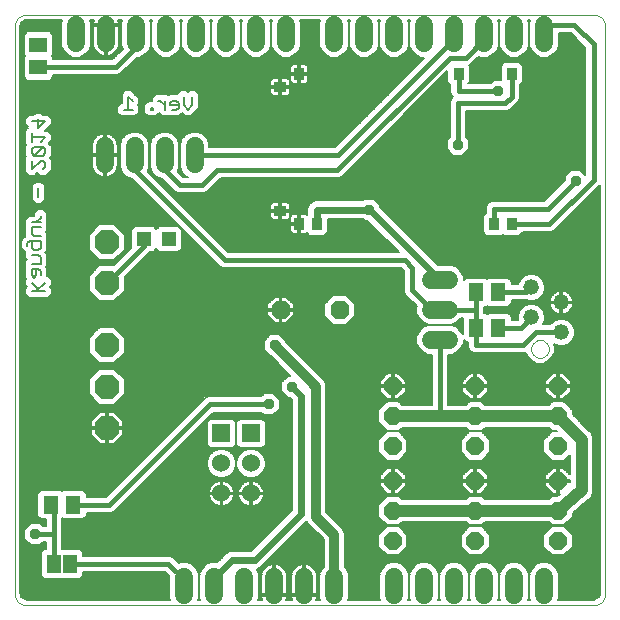
<source format=gbl>
G75*
%MOIN*%
%OFA0B0*%
%FSLAX24Y24*%
%IPPOS*%
%LPD*%
%AMOC8*
5,1,8,0,0,1.08239X$1,22.5*
%
%ADD10C,0.0000*%
%ADD11C,0.0060*%
%ADD12R,0.0354X0.0394*%
%ADD13R,0.0394X0.0354*%
%ADD14C,0.0600*%
%ADD15C,0.0520*%
%ADD16OC8,0.0630*%
%ADD17R,0.0600X0.0600*%
%ADD18C,0.0600*%
%ADD19R,0.0512X0.0591*%
%ADD20R,0.0480X0.0630*%
%ADD21OC8,0.0827*%
%ADD22R,0.0591X0.0512*%
%ADD23OC8,0.0602*%
%ADD24R,0.0472X0.0472*%
%ADD25OC8,0.0356*%
%ADD26C,0.0400*%
%ADD27C,0.0160*%
%ADD28C,0.0320*%
%ADD29C,0.0240*%
D10*
X003228Y003056D02*
X003228Y021954D01*
X003230Y021993D01*
X003236Y022031D01*
X003245Y022068D01*
X003258Y022105D01*
X003275Y022140D01*
X003294Y022173D01*
X003317Y022204D01*
X003343Y022233D01*
X003372Y022259D01*
X003403Y022282D01*
X003436Y022301D01*
X003471Y022318D01*
X003508Y022331D01*
X003545Y022340D01*
X003583Y022346D01*
X003622Y022348D01*
X003622Y022347D02*
X022519Y022347D01*
X022519Y022348D02*
X022558Y022346D01*
X022596Y022340D01*
X022633Y022331D01*
X022670Y022318D01*
X022705Y022301D01*
X022738Y022282D01*
X022769Y022259D01*
X022798Y022233D01*
X022824Y022204D01*
X022847Y022173D01*
X022866Y022140D01*
X022883Y022105D01*
X022896Y022068D01*
X022905Y022031D01*
X022911Y021993D01*
X022913Y021954D01*
X022913Y003056D01*
X022911Y003017D01*
X022905Y002979D01*
X022896Y002942D01*
X022883Y002905D01*
X022866Y002870D01*
X022847Y002837D01*
X022824Y002806D01*
X022798Y002777D01*
X022769Y002751D01*
X022738Y002728D01*
X022705Y002709D01*
X022670Y002692D01*
X022633Y002679D01*
X022596Y002670D01*
X022558Y002664D01*
X022519Y002662D01*
X003622Y002662D01*
X003583Y002664D01*
X003545Y002670D01*
X003508Y002679D01*
X003471Y002692D01*
X003436Y002709D01*
X003403Y002728D01*
X003372Y002751D01*
X003343Y002777D01*
X003317Y002806D01*
X003294Y002837D01*
X003275Y002870D01*
X003258Y002905D01*
X003245Y002942D01*
X003236Y002979D01*
X003230Y003017D01*
X003228Y003056D01*
X020441Y011204D02*
X020443Y011238D01*
X020449Y011272D01*
X020459Y011305D01*
X020472Y011336D01*
X020490Y011366D01*
X020510Y011394D01*
X020534Y011419D01*
X020560Y011441D01*
X020588Y011459D01*
X020619Y011475D01*
X020651Y011487D01*
X020685Y011495D01*
X020719Y011499D01*
X020753Y011499D01*
X020787Y011495D01*
X020821Y011487D01*
X020853Y011475D01*
X020883Y011459D01*
X020912Y011441D01*
X020938Y011419D01*
X020962Y011394D01*
X020982Y011366D01*
X021000Y011336D01*
X021013Y011305D01*
X021023Y011272D01*
X021029Y011238D01*
X021031Y011204D01*
X021029Y011170D01*
X021023Y011136D01*
X021013Y011103D01*
X021000Y011072D01*
X020982Y011042D01*
X020962Y011014D01*
X020938Y010989D01*
X020912Y010967D01*
X020884Y010949D01*
X020853Y010933D01*
X020821Y010921D01*
X020787Y010913D01*
X020753Y010909D01*
X020719Y010909D01*
X020685Y010913D01*
X020651Y010921D01*
X020619Y010933D01*
X020588Y010949D01*
X020560Y010967D01*
X020534Y010989D01*
X020510Y011014D01*
X020490Y011042D01*
X020472Y011072D01*
X020459Y011103D01*
X020449Y011136D01*
X020443Y011170D01*
X020441Y011204D01*
D11*
X020264Y011075D02*
X020324Y010929D01*
X020461Y010792D01*
X020639Y010718D01*
X020832Y010718D01*
X021011Y010792D01*
X021147Y010929D01*
X021221Y011107D01*
X021221Y011300D01*
X021191Y011373D01*
X021355Y011305D01*
X021534Y011305D01*
X021699Y011373D01*
X021826Y011500D01*
X021895Y011665D01*
X021895Y011844D01*
X021826Y012010D01*
X021699Y012136D01*
X021534Y012205D01*
X021355Y012205D01*
X021190Y012136D01*
X021078Y012025D01*
X020836Y012025D01*
X020895Y012165D01*
X020895Y012344D01*
X020826Y012510D01*
X020699Y012636D01*
X020534Y012705D01*
X020355Y012705D01*
X020190Y012636D01*
X020063Y012510D01*
X019995Y012344D01*
X019995Y012187D01*
X019992Y012184D01*
X019796Y012184D01*
X019796Y012288D01*
X019685Y012399D01*
X019015Y012399D01*
X018976Y012360D01*
X018937Y012399D01*
X018872Y012399D01*
X018872Y012610D01*
X018937Y012610D01*
X018976Y012649D01*
X019015Y012610D01*
X019685Y012610D01*
X019796Y012721D01*
X019796Y012825D01*
X020305Y012825D01*
X020355Y012805D01*
X020534Y012805D01*
X020699Y012873D01*
X020826Y013000D01*
X020895Y013165D01*
X020895Y013344D01*
X020826Y013510D01*
X020699Y013636D01*
X020534Y013705D01*
X020355Y013705D01*
X020190Y013636D01*
X020063Y013510D01*
X020003Y013365D01*
X019796Y013365D01*
X019796Y013469D01*
X019685Y013581D01*
X019015Y013581D01*
X018976Y013541D01*
X018937Y013581D01*
X018267Y013581D01*
X018191Y013504D01*
X018191Y013602D01*
X018117Y013782D01*
X017979Y013920D01*
X017799Y013995D01*
X017350Y013995D01*
X015407Y015937D01*
X015407Y016004D01*
X015192Y016219D01*
X014887Y016219D01*
X014828Y016161D01*
X013233Y016161D01*
X013119Y016114D01*
X013032Y016027D01*
X012985Y015913D01*
X012985Y015704D01*
X012956Y015675D01*
X012932Y015689D01*
X012899Y015698D01*
X012734Y015698D01*
X012734Y015401D01*
X012674Y015401D01*
X012674Y015341D01*
X012397Y015341D01*
X012397Y015157D01*
X012406Y015124D01*
X012423Y015094D01*
X012447Y015070D01*
X012477Y015053D01*
X012510Y015044D01*
X012674Y015044D01*
X012674Y015341D01*
X012734Y015341D01*
X012734Y015044D01*
X012899Y015044D01*
X012932Y015053D01*
X012956Y015067D01*
X013039Y014984D01*
X013551Y014984D01*
X013662Y015095D01*
X013662Y015541D01*
X014828Y015541D01*
X014887Y015483D01*
X014984Y015483D01*
X016035Y014432D01*
X010340Y014432D01*
X007656Y017116D01*
X007718Y017265D01*
X007718Y018060D01*
X007643Y018240D01*
X007506Y018378D01*
X007325Y018452D01*
X007131Y018452D01*
X006950Y018378D01*
X006813Y018240D01*
X006738Y018060D01*
X006738Y017265D01*
X006813Y017085D01*
X006950Y016947D01*
X007131Y016872D01*
X007136Y016872D01*
X010075Y013933D01*
X010174Y013892D01*
X016116Y013892D01*
X016208Y013800D01*
X016208Y013108D01*
X016249Y013009D01*
X016624Y012634D01*
X016611Y012602D01*
X016611Y012407D01*
X016686Y012227D01*
X016824Y012089D01*
X017004Y012015D01*
X017799Y012015D01*
X017979Y012089D01*
X018117Y012227D01*
X018120Y012235D01*
X018156Y012235D01*
X018156Y011687D01*
X018117Y011782D01*
X017979Y011920D01*
X017799Y011995D01*
X017004Y011995D01*
X016824Y011920D01*
X016686Y011782D01*
X016611Y011602D01*
X016611Y011407D01*
X016686Y011227D01*
X016824Y011089D01*
X017004Y011015D01*
X017131Y011015D01*
X017131Y009351D01*
X016131Y009351D01*
X016030Y009453D01*
X015623Y009453D01*
X015335Y009165D01*
X015335Y008758D01*
X015623Y008470D01*
X016030Y008470D01*
X016131Y008571D01*
X018278Y008571D01*
X016130Y008571D01*
X016072Y008512D02*
X018337Y008512D01*
X018379Y008470D02*
X018278Y008571D01*
X018379Y008470D02*
X018786Y008470D01*
X018887Y008571D01*
X021034Y008571D01*
X018886Y008571D01*
X018828Y008512D02*
X021093Y008512D01*
X021135Y008470D02*
X021278Y008470D01*
X021296Y008453D01*
X021135Y008453D01*
X020847Y008165D01*
X020847Y007758D01*
X021135Y007470D01*
X021542Y007470D01*
X021736Y007664D01*
X021736Y007024D01*
X021517Y007243D01*
X021368Y007243D01*
X021368Y006842D01*
X021308Y006842D01*
X021308Y006782D01*
X020907Y006782D01*
X020907Y006633D01*
X021160Y006381D01*
X021308Y006381D01*
X021308Y006782D01*
X021368Y006782D01*
X021368Y006381D01*
X021396Y006381D01*
X021307Y006303D01*
X021135Y006303D01*
X021034Y006202D01*
X018887Y006202D01*
X018786Y006303D01*
X018379Y006303D01*
X018278Y006202D01*
X016131Y006202D01*
X016030Y006303D01*
X015623Y006303D01*
X015335Y006015D01*
X015335Y005608D01*
X015623Y005321D01*
X016030Y005321D01*
X016131Y005422D01*
X018278Y005422D01*
X018379Y005321D01*
X018786Y005321D01*
X018887Y005422D01*
X021034Y005422D01*
X021135Y005321D01*
X021542Y005321D01*
X021829Y005608D01*
X021829Y005723D01*
X022334Y006165D01*
X022347Y006170D01*
X022392Y006216D01*
X022441Y006258D01*
X022447Y006270D01*
X022456Y006280D01*
X022481Y006340D01*
X022510Y006397D01*
X022511Y006411D01*
X022516Y006423D01*
X022516Y006488D01*
X022520Y006552D01*
X022516Y006565D01*
X022516Y008252D01*
X022456Y008395D01*
X022723Y008395D01*
X022723Y008337D02*
X022480Y008337D01*
X022456Y008395D02*
X022347Y008505D01*
X021829Y009022D01*
X021829Y009165D01*
X021542Y009453D01*
X021135Y009453D01*
X021034Y009351D01*
X018887Y009351D01*
X018786Y009453D01*
X018379Y009453D01*
X018278Y009351D01*
X017671Y009351D01*
X017671Y011015D01*
X017799Y011015D01*
X017979Y011089D01*
X018117Y011227D01*
X018191Y011407D01*
X018191Y011505D01*
X018267Y011429D01*
X018332Y011429D01*
X018332Y011270D01*
X018373Y011171D01*
X018449Y011095D01*
X018548Y011054D01*
X020211Y011054D01*
X020264Y011075D01*
X020283Y011028D02*
X017830Y011028D01*
X017971Y011086D02*
X018470Y011086D01*
X018399Y011145D02*
X018034Y011145D01*
X018093Y011203D02*
X018360Y011203D01*
X018335Y011262D02*
X018131Y011262D01*
X018155Y011320D02*
X018332Y011320D01*
X018332Y011379D02*
X018179Y011379D01*
X018191Y011437D02*
X018259Y011437D01*
X018201Y011496D02*
X018191Y011496D01*
X018156Y011730D02*
X018138Y011730D01*
X018156Y011788D02*
X018111Y011788D01*
X018156Y011847D02*
X018052Y011847D01*
X017994Y011905D02*
X018156Y011905D01*
X018156Y011964D02*
X017874Y011964D01*
X017817Y012022D02*
X018156Y012022D01*
X018156Y012081D02*
X017958Y012081D01*
X018029Y012139D02*
X018156Y012139D01*
X018156Y012198D02*
X018087Y012198D01*
X018872Y012432D02*
X020031Y012432D01*
X020055Y012490D02*
X018872Y012490D01*
X018872Y012549D02*
X020102Y012549D01*
X020161Y012607D02*
X018872Y012607D01*
X018963Y012373D02*
X018989Y012373D01*
X019711Y012373D02*
X020007Y012373D01*
X019995Y012315D02*
X019769Y012315D01*
X019796Y012256D02*
X019995Y012256D01*
X019995Y012198D02*
X019796Y012198D01*
X019740Y012666D02*
X020261Y012666D01*
X020628Y012666D02*
X021065Y012666D01*
X021070Y012641D02*
X021099Y012570D01*
X021142Y012506D01*
X021196Y012452D01*
X021260Y012409D01*
X021331Y012380D01*
X021406Y012365D01*
X021415Y012365D01*
X021415Y012725D01*
X021475Y012725D01*
X021475Y012785D01*
X021835Y012785D01*
X021835Y012793D01*
X021820Y012868D01*
X021790Y012939D01*
X021747Y013003D01*
X021693Y013058D01*
X021629Y013100D01*
X021558Y013130D01*
X021483Y013145D01*
X021475Y013145D01*
X021475Y012785D01*
X021415Y012785D01*
X021415Y013145D01*
X021406Y013145D01*
X021331Y013130D01*
X021260Y013100D01*
X021196Y013058D01*
X021142Y013003D01*
X021099Y012939D01*
X021070Y012868D01*
X021055Y012793D01*
X021055Y012785D01*
X021415Y012785D01*
X021415Y012725D01*
X021055Y012725D01*
X021055Y012716D01*
X021070Y012641D01*
X021084Y012607D02*
X020728Y012607D01*
X020787Y012549D02*
X021113Y012549D01*
X021157Y012490D02*
X020834Y012490D01*
X020858Y012432D02*
X021226Y012432D01*
X021363Y012373D02*
X020883Y012373D01*
X020895Y012315D02*
X022723Y012315D01*
X022723Y012373D02*
X021526Y012373D01*
X021558Y012380D02*
X021629Y012409D01*
X021693Y012452D01*
X021747Y012506D01*
X021790Y012570D01*
X021820Y012641D01*
X021835Y012716D01*
X021835Y012725D01*
X021475Y012725D01*
X021475Y012365D01*
X021483Y012365D01*
X021558Y012380D01*
X021475Y012373D02*
X021415Y012373D01*
X021415Y012432D02*
X021475Y012432D01*
X021475Y012490D02*
X021415Y012490D01*
X021415Y012549D02*
X021475Y012549D01*
X021475Y012607D02*
X021415Y012607D01*
X021415Y012666D02*
X021475Y012666D01*
X021475Y012724D02*
X021415Y012724D01*
X021415Y012783D02*
X019796Y012783D01*
X019796Y012724D02*
X021055Y012724D01*
X021064Y012841D02*
X020622Y012841D01*
X020726Y012900D02*
X021082Y012900D01*
X021111Y012958D02*
X020784Y012958D01*
X020833Y013017D02*
X021155Y013017D01*
X021222Y013075D02*
X020857Y013075D01*
X020882Y013134D02*
X021351Y013134D01*
X021415Y013134D02*
X021475Y013134D01*
X021475Y013075D02*
X021415Y013075D01*
X021415Y013017D02*
X021475Y013017D01*
X021475Y012958D02*
X021415Y012958D01*
X021415Y012900D02*
X021475Y012900D01*
X021475Y012841D02*
X021415Y012841D01*
X021475Y012783D02*
X022723Y012783D01*
X022723Y012841D02*
X021825Y012841D01*
X021807Y012900D02*
X022723Y012900D01*
X022723Y012958D02*
X021778Y012958D01*
X021734Y013017D02*
X022723Y013017D01*
X022723Y013075D02*
X021667Y013075D01*
X021538Y013134D02*
X022723Y013134D01*
X022723Y013192D02*
X020895Y013192D01*
X020895Y013251D02*
X022723Y013251D01*
X022723Y013309D02*
X020895Y013309D01*
X020885Y013368D02*
X022723Y013368D01*
X022723Y013426D02*
X020861Y013426D01*
X020836Y013485D02*
X022723Y013485D01*
X022723Y013543D02*
X020792Y013543D01*
X020734Y013602D02*
X022723Y013602D01*
X022723Y013660D02*
X020641Y013660D01*
X020248Y013660D02*
X018167Y013660D01*
X018191Y013602D02*
X020155Y013602D01*
X020097Y013543D02*
X019722Y013543D01*
X019780Y013485D02*
X020053Y013485D01*
X020029Y013426D02*
X019796Y013426D01*
X019796Y013368D02*
X020004Y013368D01*
X018978Y013543D02*
X018974Y013543D01*
X018230Y013543D02*
X018191Y013543D01*
X018143Y013719D02*
X022723Y013719D01*
X022723Y013777D02*
X018119Y013777D01*
X018063Y013836D02*
X022723Y013836D01*
X022723Y013894D02*
X018005Y013894D01*
X017900Y013953D02*
X022723Y013953D01*
X022723Y014011D02*
X017333Y014011D01*
X017275Y014070D02*
X022723Y014070D01*
X022723Y014128D02*
X017216Y014128D01*
X017158Y014187D02*
X022723Y014187D01*
X022723Y014245D02*
X017099Y014245D01*
X017041Y014304D02*
X022723Y014304D01*
X022723Y014362D02*
X016982Y014362D01*
X016924Y014421D02*
X022723Y014421D01*
X022723Y014479D02*
X016865Y014479D01*
X016807Y014538D02*
X022723Y014538D01*
X022723Y014596D02*
X016748Y014596D01*
X016690Y014655D02*
X022723Y014655D01*
X022723Y014713D02*
X016631Y014713D01*
X016573Y014772D02*
X022723Y014772D01*
X022723Y014830D02*
X016514Y014830D01*
X016456Y014889D02*
X022723Y014889D01*
X022723Y014947D02*
X016397Y014947D01*
X016339Y015006D02*
X018923Y015006D01*
X018945Y014984D02*
X019456Y014984D01*
X019496Y015023D01*
X019535Y014984D01*
X020047Y014984D01*
X020158Y015095D01*
X020158Y015101D01*
X021097Y015101D01*
X021196Y015142D01*
X022723Y016669D01*
X022723Y003056D01*
X022719Y003016D01*
X022689Y002943D01*
X022633Y002887D01*
X022559Y002856D01*
X022519Y002852D01*
X021338Y002852D01*
X021361Y002907D01*
X021361Y003702D01*
X021286Y003882D01*
X021148Y004020D01*
X020968Y004095D01*
X020773Y004095D01*
X020593Y004020D01*
X020455Y003882D01*
X020381Y003702D01*
X020381Y002907D01*
X020403Y002852D01*
X020338Y002852D01*
X020361Y002907D01*
X020361Y003702D01*
X020286Y003882D01*
X020148Y004020D01*
X019968Y004095D01*
X019773Y004095D01*
X019593Y004020D01*
X019455Y003882D01*
X019381Y003702D01*
X019381Y002907D01*
X019403Y002852D01*
X019338Y002852D01*
X019361Y002907D01*
X019361Y003702D01*
X019286Y003882D01*
X019148Y004020D01*
X018968Y004095D01*
X018773Y004095D01*
X018593Y004020D01*
X018455Y003882D01*
X018381Y003702D01*
X018381Y002907D01*
X018403Y002852D01*
X018338Y002852D01*
X018361Y002907D01*
X018361Y003702D01*
X018286Y003882D01*
X018148Y004020D01*
X017968Y004095D01*
X017773Y004095D01*
X017593Y004020D01*
X017455Y003882D01*
X017381Y003702D01*
X017381Y002907D01*
X017403Y002852D01*
X017338Y002852D01*
X017361Y002907D01*
X017361Y003702D01*
X017286Y003882D01*
X017148Y004020D01*
X016968Y004095D01*
X016773Y004095D01*
X016593Y004020D01*
X016455Y003882D01*
X016381Y003702D01*
X016381Y002907D01*
X016403Y002852D01*
X016338Y002852D01*
X016361Y002907D01*
X016361Y003702D01*
X016286Y003882D01*
X016148Y004020D01*
X015968Y004095D01*
X015773Y004095D01*
X015593Y004020D01*
X015455Y003882D01*
X015381Y003702D01*
X015381Y002907D01*
X015403Y002852D01*
X014338Y002852D01*
X014361Y002907D01*
X014361Y003702D01*
X014286Y003882D01*
X014221Y003948D01*
X014221Y005081D01*
X014167Y005210D01*
X014069Y005309D01*
X013617Y005760D01*
X013617Y010015D01*
X013564Y010144D01*
X012258Y011450D01*
X012258Y011476D01*
X012042Y011692D01*
X011737Y011692D01*
X011521Y011476D01*
X011521Y011171D01*
X011737Y010956D01*
X011763Y010956D01*
X012404Y010314D01*
X012328Y010314D01*
X012112Y010098D01*
X012112Y009793D01*
X012328Y009578D01*
X012410Y009578D01*
X012465Y009522D01*
X012465Y005842D01*
X011096Y004472D01*
X010416Y004472D01*
X010302Y004425D01*
X009971Y004094D01*
X009968Y004095D01*
X009773Y004095D01*
X009593Y004020D01*
X009455Y003882D01*
X009381Y003702D01*
X009381Y002907D01*
X009403Y002852D01*
X009338Y002852D01*
X009361Y002907D01*
X009361Y003702D01*
X009286Y003882D01*
X009148Y004020D01*
X008968Y004095D01*
X008773Y004095D01*
X008705Y004067D01*
X008503Y004269D01*
X008404Y004310D01*
X005513Y004310D01*
X005513Y004434D01*
X005402Y004545D01*
X004793Y004545D01*
X004793Y005553D01*
X004803Y005563D01*
X004842Y005523D01*
X005511Y005523D01*
X005623Y005635D01*
X005623Y005739D01*
X006431Y005739D01*
X006531Y005780D01*
X009836Y009085D01*
X011442Y009085D01*
X011540Y008987D01*
X011845Y008987D01*
X012061Y009203D01*
X012061Y009508D01*
X011845Y009723D01*
X011540Y009723D01*
X011442Y009625D01*
X009670Y009625D01*
X009571Y009584D01*
X009495Y009508D01*
X006266Y006279D01*
X005623Y006279D01*
X005623Y006383D01*
X005511Y006494D01*
X004842Y006494D01*
X004803Y006455D01*
X004763Y006494D01*
X004094Y006494D01*
X003983Y006383D01*
X003983Y005635D01*
X004094Y005523D01*
X004253Y005523D01*
X004253Y005294D01*
X004168Y005294D01*
X004069Y005393D01*
X003765Y005393D01*
X003549Y005177D01*
X003549Y004872D01*
X003765Y004656D01*
X004069Y004656D01*
X004168Y004754D01*
X004253Y004754D01*
X004253Y004545D01*
X004204Y004545D01*
X004093Y004434D01*
X004093Y003646D01*
X004204Y003535D01*
X005402Y003535D01*
X005513Y003646D01*
X005513Y003770D01*
X008238Y003770D01*
X008381Y003628D01*
X008381Y002907D01*
X008403Y002852D01*
X003622Y002852D01*
X003582Y002856D01*
X003509Y002887D01*
X003452Y002943D01*
X003422Y003016D01*
X003418Y003056D01*
X003418Y021954D01*
X003422Y021993D01*
X003452Y022067D01*
X003509Y022123D01*
X003582Y022153D01*
X003622Y022157D01*
X004803Y022157D01*
X004781Y022102D01*
X004781Y021307D01*
X004855Y021127D01*
X004993Y020989D01*
X005173Y020915D01*
X005368Y020915D01*
X005548Y020989D01*
X005686Y021127D01*
X005761Y021307D01*
X005761Y022102D01*
X005738Y022157D01*
X005868Y022157D01*
X005851Y022105D01*
X005841Y022039D01*
X005841Y022035D01*
X006241Y022035D01*
X006241Y021975D01*
X006301Y021975D01*
X006301Y022035D01*
X006701Y022035D01*
X006701Y022039D01*
X006690Y022105D01*
X006673Y022157D01*
X006803Y022157D01*
X006781Y022102D01*
X006781Y021307D01*
X006823Y021206D01*
X006482Y020865D01*
X004501Y020865D01*
X004501Y020930D01*
X004461Y020969D01*
X004501Y021009D01*
X004501Y021678D01*
X004389Y021789D01*
X003641Y021789D01*
X003530Y021678D01*
X003530Y021009D01*
X003570Y020969D01*
X003530Y020930D01*
X003530Y020261D01*
X003641Y020149D01*
X004389Y020149D01*
X004501Y020261D01*
X004501Y020325D01*
X006648Y020325D01*
X006747Y020366D01*
X007295Y020915D01*
X007368Y020915D01*
X007548Y020989D01*
X007686Y021127D01*
X007761Y021307D01*
X007761Y022102D01*
X007738Y022157D01*
X007803Y022157D01*
X007781Y022102D01*
X007781Y021307D01*
X007855Y021127D01*
X007993Y020989D01*
X008173Y020915D01*
X008368Y020915D01*
X008548Y020989D01*
X008686Y021127D01*
X008761Y021307D01*
X008761Y022102D01*
X008738Y022157D01*
X008803Y022157D01*
X008781Y022102D01*
X008781Y021307D01*
X008855Y021127D01*
X008993Y020989D01*
X009173Y020915D01*
X009368Y020915D01*
X009548Y020989D01*
X009686Y021127D01*
X009761Y021307D01*
X009761Y022102D01*
X009738Y022157D01*
X009803Y022157D01*
X009781Y022102D01*
X009781Y021307D01*
X009855Y021127D01*
X009993Y020989D01*
X010173Y020915D01*
X010368Y020915D01*
X010548Y020989D01*
X010686Y021127D01*
X010761Y021307D01*
X010761Y022102D01*
X010738Y022157D01*
X010803Y022157D01*
X010781Y022102D01*
X010781Y021307D01*
X010855Y021127D01*
X010993Y020989D01*
X011173Y020915D01*
X011368Y020915D01*
X011548Y020989D01*
X011686Y021127D01*
X011761Y021307D01*
X011761Y022102D01*
X011738Y022157D01*
X011803Y022157D01*
X011781Y022102D01*
X011781Y021307D01*
X011855Y021127D01*
X011993Y020989D01*
X012173Y020915D01*
X012368Y020915D01*
X012548Y020989D01*
X012686Y021127D01*
X012761Y021307D01*
X012761Y022102D01*
X012738Y022157D01*
X013403Y022157D01*
X013381Y022102D01*
X013381Y021307D01*
X013455Y021127D01*
X013593Y020989D01*
X013773Y020915D01*
X013968Y020915D01*
X014148Y020989D01*
X014286Y021127D01*
X014361Y021307D01*
X014361Y022102D01*
X014338Y022157D01*
X014403Y022157D01*
X014381Y022102D01*
X014381Y021307D01*
X014455Y021127D01*
X014593Y020989D01*
X014773Y020915D01*
X014968Y020915D01*
X015148Y020989D01*
X015286Y021127D01*
X015361Y021307D01*
X015361Y022102D01*
X015338Y022157D01*
X015403Y022157D01*
X015381Y022102D01*
X015381Y021307D01*
X015455Y021127D01*
X015593Y020989D01*
X015773Y020915D01*
X015968Y020915D01*
X016148Y020989D01*
X016286Y021127D01*
X016361Y021307D01*
X016361Y022102D01*
X016338Y022157D01*
X016403Y022157D01*
X016381Y022102D01*
X016381Y021307D01*
X016455Y021127D01*
X016593Y020989D01*
X016773Y020915D01*
X016884Y020915D01*
X013901Y017932D01*
X009718Y017932D01*
X009718Y018060D01*
X009643Y018240D01*
X009506Y018378D01*
X009325Y018452D01*
X009131Y018452D01*
X008950Y018378D01*
X008813Y018240D01*
X008738Y018060D01*
X008738Y017265D01*
X008813Y017085D01*
X008950Y016947D01*
X008986Y016932D01*
X008840Y016932D01*
X008656Y017116D01*
X008718Y017265D01*
X008718Y018060D01*
X008643Y018240D01*
X008506Y018378D01*
X008325Y018452D01*
X008131Y018452D01*
X007950Y018378D01*
X007813Y018240D01*
X007738Y018060D01*
X007738Y017265D01*
X007813Y017085D01*
X007950Y016947D01*
X008131Y016872D01*
X008136Y016872D01*
X008499Y016509D01*
X008575Y016433D01*
X008674Y016392D01*
X009532Y016392D01*
X009631Y016433D01*
X010090Y016892D01*
X014032Y016892D01*
X014131Y016933D01*
X017652Y020455D01*
X017652Y020095D01*
X017293Y020095D01*
X017234Y020037D02*
X017711Y020037D01*
X017749Y019998D02*
X017749Y019734D01*
X017790Y019635D01*
X017821Y019605D01*
X017763Y019547D01*
X017722Y019448D01*
X017722Y018267D01*
X017624Y018169D01*
X017624Y017864D01*
X017839Y017648D01*
X018144Y017648D01*
X018360Y017864D01*
X018360Y018169D01*
X018262Y018267D01*
X018262Y019124D01*
X019620Y019124D01*
X019720Y019166D01*
X019795Y019242D01*
X020020Y019466D01*
X020061Y019565D01*
X020061Y019998D01*
X020158Y020095D01*
X022249Y020095D01*
X022249Y020037D02*
X020100Y020037D01*
X020061Y019978D02*
X022249Y019978D01*
X022249Y019920D02*
X020061Y019920D01*
X020061Y019861D02*
X022249Y019861D01*
X022249Y019803D02*
X020061Y019803D01*
X020061Y019744D02*
X022249Y019744D01*
X022249Y019686D02*
X020061Y019686D01*
X020061Y019627D02*
X022249Y019627D01*
X022249Y019569D02*
X020061Y019569D01*
X020038Y019510D02*
X022249Y019510D01*
X022249Y019452D02*
X020006Y019452D01*
X019947Y019393D02*
X022249Y019393D01*
X022249Y019335D02*
X019889Y019335D01*
X019830Y019276D02*
X022249Y019276D01*
X022249Y019218D02*
X019772Y019218D01*
X019704Y019159D02*
X022249Y019159D01*
X022249Y019101D02*
X018262Y019101D01*
X018262Y019042D02*
X022249Y019042D01*
X022249Y018984D02*
X018262Y018984D01*
X018262Y018925D02*
X022249Y018925D01*
X022249Y018867D02*
X018262Y018867D01*
X018262Y018808D02*
X022249Y018808D01*
X022249Y018750D02*
X018262Y018750D01*
X018262Y018691D02*
X022249Y018691D01*
X022249Y018633D02*
X018262Y018633D01*
X018262Y018574D02*
X022249Y018574D01*
X022249Y018516D02*
X018262Y018516D01*
X018262Y018457D02*
X022249Y018457D01*
X022249Y018399D02*
X018262Y018399D01*
X018262Y018340D02*
X022249Y018340D01*
X022249Y018282D02*
X018262Y018282D01*
X018306Y018223D02*
X022249Y018223D01*
X022249Y018165D02*
X018360Y018165D01*
X018360Y018106D02*
X022249Y018106D01*
X022249Y018048D02*
X018360Y018048D01*
X018360Y017989D02*
X022249Y017989D01*
X022249Y017931D02*
X018360Y017931D01*
X018360Y017872D02*
X022249Y017872D01*
X022249Y017814D02*
X018310Y017814D01*
X018251Y017755D02*
X022249Y017755D01*
X022249Y017697D02*
X018193Y017697D01*
X017791Y017697D02*
X014894Y017697D01*
X014836Y017638D02*
X022249Y017638D01*
X022249Y017580D02*
X014777Y017580D01*
X014719Y017521D02*
X022249Y017521D01*
X022249Y017463D02*
X014660Y017463D01*
X014602Y017404D02*
X022249Y017404D01*
X022249Y017346D02*
X014543Y017346D01*
X014485Y017287D02*
X022249Y017287D01*
X022249Y017229D02*
X014426Y017229D01*
X014368Y017170D02*
X021763Y017170D01*
X021776Y017184D02*
X021561Y016968D01*
X021561Y016829D01*
X020880Y016149D01*
X019147Y016149D01*
X019048Y016108D01*
X018972Y016032D01*
X018930Y015932D01*
X018930Y015744D01*
X018833Y015646D01*
X018833Y015095D01*
X018945Y014984D01*
X018864Y015064D02*
X016280Y015064D01*
X016222Y015123D02*
X018833Y015123D01*
X018833Y015181D02*
X016163Y015181D01*
X016105Y015240D02*
X018833Y015240D01*
X018833Y015298D02*
X016046Y015298D01*
X015988Y015357D02*
X018833Y015357D01*
X018833Y015415D02*
X015929Y015415D01*
X015871Y015474D02*
X018833Y015474D01*
X018833Y015532D02*
X015812Y015532D01*
X015754Y015591D02*
X018833Y015591D01*
X018836Y015649D02*
X015695Y015649D01*
X015637Y015708D02*
X018895Y015708D01*
X018930Y015766D02*
X015578Y015766D01*
X015520Y015825D02*
X018930Y015825D01*
X018930Y015883D02*
X015461Y015883D01*
X015407Y015942D02*
X018934Y015942D01*
X018959Y016000D02*
X015407Y016000D01*
X015352Y016059D02*
X018999Y016059D01*
X019071Y016117D02*
X015294Y016117D01*
X015235Y016176D02*
X020907Y016176D01*
X020965Y016234D02*
X008538Y016234D01*
X008596Y016176D02*
X014843Y016176D01*
X014837Y015532D02*
X013662Y015532D01*
X013662Y015474D02*
X014994Y015474D01*
X015052Y015415D02*
X013662Y015415D01*
X013662Y015357D02*
X015111Y015357D01*
X015169Y015298D02*
X013662Y015298D01*
X013662Y015240D02*
X015228Y015240D01*
X015286Y015181D02*
X013662Y015181D01*
X013662Y015123D02*
X015345Y015123D01*
X015403Y015064D02*
X013631Y015064D01*
X013573Y015006D02*
X015462Y015006D01*
X015520Y014947D02*
X009825Y014947D01*
X009883Y014889D02*
X015579Y014889D01*
X015637Y014830D02*
X009942Y014830D01*
X010000Y014772D02*
X015696Y014772D01*
X015754Y014713D02*
X010059Y014713D01*
X010117Y014655D02*
X015813Y014655D01*
X015871Y014596D02*
X010176Y014596D01*
X010234Y014538D02*
X015930Y014538D01*
X015988Y014479D02*
X010293Y014479D01*
X009939Y014070D02*
X007360Y014070D01*
X007418Y014128D02*
X009880Y014128D01*
X009822Y014187D02*
X007477Y014187D01*
X007535Y014245D02*
X009763Y014245D01*
X009705Y014304D02*
X007594Y014304D01*
X007652Y014362D02*
X009646Y014362D01*
X009588Y014421D02*
X007711Y014421D01*
X007731Y014441D02*
X007854Y014441D01*
X007952Y014539D01*
X008051Y014441D01*
X008681Y014441D01*
X008792Y014552D01*
X008792Y015182D01*
X008681Y015293D01*
X008051Y015293D01*
X007952Y015195D01*
X007854Y015293D01*
X007224Y015293D01*
X007113Y015182D01*
X007113Y014586D01*
X006520Y013994D01*
X006049Y013994D01*
X005695Y013640D01*
X005695Y013141D01*
X006049Y012787D01*
X006549Y012787D01*
X006902Y013141D01*
X006902Y013612D01*
X007731Y014441D01*
X007893Y014479D02*
X008012Y014479D01*
X007954Y014538D02*
X007951Y014538D01*
X007907Y015240D02*
X007998Y015240D01*
X008359Y015649D02*
X004309Y015649D01*
X004309Y015591D02*
X008418Y015591D01*
X008476Y015532D02*
X004309Y015532D01*
X004309Y015474D02*
X008535Y015474D01*
X008593Y015415D02*
X004309Y015415D01*
X004309Y015357D02*
X006034Y015357D01*
X006049Y015372D02*
X005695Y015018D01*
X005695Y014519D01*
X006049Y014165D01*
X006549Y014165D01*
X006902Y014519D01*
X006902Y015018D01*
X006549Y015372D01*
X006049Y015372D01*
X005975Y015298D02*
X004309Y015298D01*
X004309Y015240D02*
X005917Y015240D01*
X005858Y015181D02*
X004309Y015181D01*
X004309Y015168D02*
X004309Y015737D01*
X004180Y015866D01*
X003998Y015866D01*
X003869Y015737D01*
X003869Y015664D01*
X003851Y015646D01*
X003704Y015646D01*
X003575Y015517D01*
X003575Y014963D01*
X003502Y014890D01*
X003502Y014890D01*
X003429Y014816D01*
X003429Y014724D01*
X003429Y014561D01*
X003558Y014432D01*
X003578Y014432D01*
X003575Y014429D01*
X003575Y014247D01*
X003631Y014191D01*
X003575Y014136D01*
X003575Y013567D01*
X003604Y013538D01*
X003575Y013509D01*
X003575Y013326D01*
X003631Y013271D01*
X003575Y013215D01*
X003575Y013033D01*
X003704Y012904D01*
X004327Y012904D01*
X004456Y013033D01*
X004456Y013215D01*
X004400Y013271D01*
X004456Y013326D01*
X004456Y013509D01*
X004327Y013637D01*
X004309Y013637D01*
X004309Y013896D01*
X004280Y013925D01*
X004309Y013953D01*
X004309Y014356D01*
X004243Y014422D01*
X004308Y014486D01*
X004309Y014487D01*
X004309Y014487D01*
X004309Y014577D01*
X004309Y014670D01*
X004309Y015057D01*
X004253Y015112D01*
X004309Y015168D01*
X004264Y015123D02*
X005800Y015123D01*
X005741Y015064D02*
X004301Y015064D01*
X004309Y015006D02*
X005695Y015006D01*
X005695Y014947D02*
X004309Y014947D01*
X004309Y014889D02*
X005695Y014889D01*
X005695Y014830D02*
X004309Y014830D01*
X004309Y014772D02*
X005695Y014772D01*
X005695Y014713D02*
X004309Y014713D01*
X004309Y014670D02*
X004309Y014670D01*
X004309Y014655D02*
X005695Y014655D01*
X005695Y014596D02*
X004309Y014596D01*
X004309Y014538D02*
X005695Y014538D01*
X005735Y014479D02*
X004301Y014479D01*
X004244Y014421D02*
X005793Y014421D01*
X005852Y014362D02*
X004303Y014362D01*
X004309Y014304D02*
X005910Y014304D01*
X005969Y014245D02*
X004309Y014245D01*
X004309Y014187D02*
X006027Y014187D01*
X006008Y013953D02*
X004308Y013953D01*
X004309Y014011D02*
X006538Y014011D01*
X006596Y014070D02*
X004309Y014070D01*
X004309Y014128D02*
X006655Y014128D01*
X006713Y014187D02*
X006570Y014187D01*
X006629Y014245D02*
X006772Y014245D01*
X006830Y014304D02*
X006687Y014304D01*
X006746Y014362D02*
X006889Y014362D01*
X006947Y014421D02*
X006804Y014421D01*
X006863Y014479D02*
X007006Y014479D01*
X007064Y014538D02*
X006902Y014538D01*
X006902Y014596D02*
X007113Y014596D01*
X007113Y014655D02*
X006902Y014655D01*
X006902Y014713D02*
X007113Y014713D01*
X007113Y014772D02*
X006902Y014772D01*
X006902Y014830D02*
X007113Y014830D01*
X007113Y014889D02*
X006902Y014889D01*
X006902Y014947D02*
X007113Y014947D01*
X007113Y015006D02*
X006902Y015006D01*
X006856Y015064D02*
X007113Y015064D01*
X007113Y015123D02*
X006798Y015123D01*
X006739Y015181D02*
X007113Y015181D01*
X007171Y015240D02*
X006681Y015240D01*
X006622Y015298D02*
X008710Y015298D01*
X008734Y015240D02*
X008769Y015240D01*
X008792Y015181D02*
X008827Y015181D01*
X008792Y015123D02*
X008886Y015123D01*
X008944Y015064D02*
X008792Y015064D01*
X008792Y015006D02*
X009003Y015006D01*
X009061Y014947D02*
X008792Y014947D01*
X008792Y014889D02*
X009120Y014889D01*
X009178Y014830D02*
X008792Y014830D01*
X008792Y014772D02*
X009237Y014772D01*
X009295Y014713D02*
X008792Y014713D01*
X008792Y014655D02*
X009354Y014655D01*
X009412Y014596D02*
X008792Y014596D01*
X008778Y014538D02*
X009471Y014538D01*
X009529Y014479D02*
X008719Y014479D01*
X009474Y015298D02*
X012397Y015298D01*
X012397Y015240D02*
X009532Y015240D01*
X009591Y015181D02*
X012397Y015181D01*
X012407Y015123D02*
X009649Y015123D01*
X009708Y015064D02*
X012457Y015064D01*
X012674Y015064D02*
X012734Y015064D01*
X012734Y015123D02*
X012674Y015123D01*
X012674Y015181D02*
X012734Y015181D01*
X012734Y015240D02*
X012674Y015240D01*
X012674Y015298D02*
X012734Y015298D01*
X012674Y015357D02*
X009415Y015357D01*
X009357Y015415D02*
X012397Y015415D01*
X012397Y015401D02*
X012397Y015585D01*
X012406Y015618D01*
X012423Y015648D01*
X012447Y015672D01*
X012477Y015689D01*
X012510Y015698D01*
X012674Y015698D01*
X012674Y015401D01*
X012397Y015401D01*
X012397Y015474D02*
X009298Y015474D01*
X009240Y015532D02*
X011788Y015532D01*
X011798Y015523D02*
X011827Y015506D01*
X011861Y015497D01*
X012044Y015497D01*
X012044Y015774D01*
X011748Y015774D01*
X011748Y015610D01*
X011756Y015577D01*
X011774Y015547D01*
X011798Y015523D01*
X011753Y015591D02*
X009181Y015591D01*
X009123Y015649D02*
X011748Y015649D01*
X011748Y015708D02*
X009064Y015708D01*
X009006Y015766D02*
X011748Y015766D01*
X011748Y015834D02*
X011748Y015998D01*
X011756Y016031D01*
X011774Y016061D01*
X011798Y016085D01*
X011827Y016102D01*
X011861Y016111D01*
X012044Y016111D01*
X012044Y015834D01*
X012044Y015774D01*
X012104Y015774D01*
X012104Y015497D01*
X012288Y015497D01*
X012322Y015506D01*
X012351Y015523D01*
X012375Y015547D01*
X012392Y015577D01*
X012401Y015610D01*
X012401Y015774D01*
X012104Y015774D01*
X012104Y015834D01*
X012044Y015834D01*
X011748Y015834D01*
X011748Y015883D02*
X008889Y015883D01*
X008947Y015825D02*
X012044Y015825D01*
X012044Y015883D02*
X012104Y015883D01*
X012104Y015834D02*
X012104Y016111D01*
X012288Y016111D01*
X012322Y016102D01*
X012351Y016085D01*
X012375Y016061D01*
X012392Y016031D01*
X012401Y015998D01*
X012401Y015834D01*
X012104Y015834D01*
X012104Y015825D02*
X012985Y015825D01*
X012985Y015883D02*
X012401Y015883D01*
X012401Y015942D02*
X012997Y015942D01*
X013021Y016000D02*
X012401Y016000D01*
X012377Y016059D02*
X013064Y016059D01*
X013127Y016117D02*
X008655Y016117D01*
X008713Y016059D02*
X011772Y016059D01*
X011748Y016000D02*
X008772Y016000D01*
X008830Y015942D02*
X011748Y015942D01*
X012044Y015942D02*
X012104Y015942D01*
X012104Y016000D02*
X012044Y016000D01*
X012044Y016059D02*
X012104Y016059D01*
X012104Y015766D02*
X012044Y015766D01*
X012044Y015708D02*
X012104Y015708D01*
X012104Y015649D02*
X012044Y015649D01*
X012044Y015591D02*
X012104Y015591D01*
X012104Y015532D02*
X012044Y015532D01*
X012361Y015532D02*
X012397Y015532D01*
X012396Y015591D02*
X012399Y015591D01*
X012401Y015649D02*
X012425Y015649D01*
X012401Y015708D02*
X012985Y015708D01*
X012985Y015766D02*
X012401Y015766D01*
X012674Y015649D02*
X012734Y015649D01*
X012734Y015591D02*
X012674Y015591D01*
X012674Y015532D02*
X012734Y015532D01*
X012734Y015474D02*
X012674Y015474D01*
X012674Y015415D02*
X012734Y015415D01*
X012951Y015064D02*
X012959Y015064D01*
X013017Y015006D02*
X009766Y015006D01*
X009997Y014011D02*
X007301Y014011D01*
X007243Y013953D02*
X010056Y013953D01*
X010169Y013894D02*
X007184Y013894D01*
X007126Y013836D02*
X016173Y013836D01*
X016208Y013777D02*
X007067Y013777D01*
X007009Y013719D02*
X016208Y013719D01*
X016208Y013660D02*
X006950Y013660D01*
X006902Y013602D02*
X016208Y013602D01*
X016208Y013543D02*
X006902Y013543D01*
X006902Y013485D02*
X016208Y013485D01*
X016208Y013426D02*
X006902Y013426D01*
X006902Y013368D02*
X016208Y013368D01*
X016208Y013309D02*
X006902Y013309D01*
X006902Y013251D02*
X016208Y013251D01*
X016208Y013192D02*
X006902Y013192D01*
X006895Y013134D02*
X016208Y013134D01*
X016222Y013075D02*
X006837Y013075D01*
X006778Y013017D02*
X016246Y013017D01*
X016300Y012958D02*
X014315Y012958D01*
X014264Y013010D02*
X013846Y013010D01*
X013550Y012714D01*
X013550Y012296D01*
X013846Y012000D01*
X014264Y012000D01*
X014560Y012296D01*
X014560Y012714D01*
X014264Y013010D01*
X014374Y012900D02*
X016359Y012900D01*
X016417Y012841D02*
X014432Y012841D01*
X014491Y012783D02*
X016476Y012783D01*
X016534Y012724D02*
X014549Y012724D01*
X014560Y012666D02*
X016593Y012666D01*
X016613Y012607D02*
X014560Y012607D01*
X014560Y012549D02*
X016611Y012549D01*
X016611Y012490D02*
X014560Y012490D01*
X014560Y012432D02*
X016611Y012432D01*
X016625Y012373D02*
X014560Y012373D01*
X014560Y012315D02*
X016650Y012315D01*
X016674Y012256D02*
X014520Y012256D01*
X014462Y012198D02*
X016715Y012198D01*
X016774Y012139D02*
X014403Y012139D01*
X014345Y012081D02*
X016844Y012081D01*
X016929Y011964D02*
X003418Y011964D01*
X003418Y012022D02*
X013823Y012022D01*
X013765Y012081D02*
X012292Y012081D01*
X012271Y012060D02*
X012531Y012320D01*
X012531Y012475D01*
X012116Y012475D01*
X012116Y012060D01*
X012271Y012060D01*
X012350Y012139D02*
X013706Y012139D01*
X013648Y012198D02*
X012409Y012198D01*
X012467Y012256D02*
X013589Y012256D01*
X013550Y012315D02*
X012526Y012315D01*
X012531Y012373D02*
X013550Y012373D01*
X013550Y012432D02*
X012531Y012432D01*
X012531Y012535D02*
X012116Y012535D01*
X012056Y012535D01*
X012056Y012950D01*
X011902Y012950D01*
X011641Y012689D01*
X011641Y012535D01*
X012056Y012535D01*
X012056Y012475D01*
X011641Y012475D01*
X011641Y012320D01*
X011902Y012060D01*
X012056Y012060D01*
X012056Y012475D01*
X012116Y012475D01*
X012116Y012535D01*
X012116Y012950D01*
X012271Y012950D01*
X012531Y012689D01*
X012531Y012535D01*
X012531Y012549D02*
X013550Y012549D01*
X013550Y012607D02*
X012531Y012607D01*
X012531Y012666D02*
X013550Y012666D01*
X013560Y012724D02*
X012496Y012724D01*
X012438Y012783D02*
X013619Y012783D01*
X013677Y012841D02*
X012379Y012841D01*
X012321Y012900D02*
X013736Y012900D01*
X013794Y012958D02*
X006720Y012958D01*
X006661Y012900D02*
X011852Y012900D01*
X011794Y012841D02*
X006603Y012841D01*
X005995Y012841D02*
X003418Y012841D01*
X003418Y012783D02*
X011735Y012783D01*
X011677Y012724D02*
X003418Y012724D01*
X003418Y012666D02*
X011641Y012666D01*
X011641Y012607D02*
X003418Y012607D01*
X003418Y012549D02*
X011641Y012549D01*
X011641Y012432D02*
X003418Y012432D01*
X003418Y012490D02*
X012056Y012490D01*
X012056Y012432D02*
X012116Y012432D01*
X012116Y012490D02*
X013550Y012490D01*
X014286Y012022D02*
X016986Y012022D01*
X016809Y011905D02*
X006571Y011905D01*
X006549Y011927D02*
X006049Y011927D01*
X005695Y011574D01*
X005695Y011074D01*
X006049Y010720D01*
X006549Y010720D01*
X006902Y011074D01*
X006902Y011574D01*
X006549Y011927D01*
X006629Y011847D02*
X016750Y011847D01*
X016692Y011788D02*
X006688Y011788D01*
X006746Y011730D02*
X016664Y011730D01*
X016640Y011671D02*
X012062Y011671D01*
X012121Y011613D02*
X016616Y011613D01*
X016611Y011554D02*
X012179Y011554D01*
X012238Y011496D02*
X016611Y011496D01*
X016611Y011437D02*
X012271Y011437D01*
X012329Y011379D02*
X016623Y011379D01*
X016647Y011320D02*
X012388Y011320D01*
X012446Y011262D02*
X016672Y011262D01*
X016710Y011203D02*
X012505Y011203D01*
X012563Y011145D02*
X016768Y011145D01*
X016831Y011086D02*
X012622Y011086D01*
X012680Y011028D02*
X016972Y011028D01*
X017131Y010969D02*
X012739Y010969D01*
X012797Y010911D02*
X017131Y010911D01*
X017131Y010852D02*
X012856Y010852D01*
X012914Y010794D02*
X017131Y010794D01*
X017131Y010735D02*
X012973Y010735D01*
X013031Y010677D02*
X017131Y010677D01*
X017131Y010618D02*
X013090Y010618D01*
X013148Y010560D02*
X017131Y010560D01*
X017131Y010501D02*
X013207Y010501D01*
X013265Y010443D02*
X017131Y010443D01*
X017131Y010384D02*
X016013Y010384D01*
X016005Y010393D02*
X015856Y010393D01*
X015856Y009991D01*
X015796Y009991D01*
X015796Y009931D01*
X015395Y009931D01*
X015395Y009783D01*
X015648Y009530D01*
X015796Y009530D01*
X015796Y009931D01*
X015856Y009931D01*
X015856Y009530D01*
X016005Y009530D01*
X016258Y009783D01*
X016258Y009931D01*
X015856Y009931D01*
X015856Y009991D01*
X016258Y009991D01*
X016258Y010140D01*
X016005Y010393D01*
X016072Y010326D02*
X017131Y010326D01*
X017131Y010267D02*
X016130Y010267D01*
X016189Y010209D02*
X017131Y010209D01*
X017131Y010150D02*
X016247Y010150D01*
X016258Y010092D02*
X017131Y010092D01*
X017131Y010033D02*
X016258Y010033D01*
X016258Y009916D02*
X017131Y009916D01*
X017131Y009858D02*
X016258Y009858D01*
X016258Y009799D02*
X017131Y009799D01*
X017131Y009741D02*
X016216Y009741D01*
X016157Y009682D02*
X017131Y009682D01*
X017131Y009624D02*
X016099Y009624D01*
X016040Y009565D02*
X017131Y009565D01*
X017131Y009507D02*
X013617Y009507D01*
X013617Y009565D02*
X015613Y009565D01*
X015554Y009624D02*
X013617Y009624D01*
X013617Y009682D02*
X015496Y009682D01*
X015437Y009741D02*
X013617Y009741D01*
X013617Y009799D02*
X015395Y009799D01*
X015395Y009858D02*
X013617Y009858D01*
X013617Y009916D02*
X015395Y009916D01*
X015395Y009991D02*
X015796Y009991D01*
X015796Y010393D01*
X015648Y010393D01*
X015395Y010140D01*
X015395Y009991D01*
X015395Y010033D02*
X013610Y010033D01*
X013617Y009975D02*
X015796Y009975D01*
X015796Y010033D02*
X015856Y010033D01*
X015856Y009975D02*
X017131Y009975D01*
X017131Y009448D02*
X016034Y009448D01*
X016093Y009390D02*
X017131Y009390D01*
X017671Y009390D02*
X018316Y009390D01*
X018375Y009448D02*
X017671Y009448D01*
X017671Y009507D02*
X022723Y009507D01*
X022723Y009565D02*
X021552Y009565D01*
X021517Y009530D02*
X021769Y009783D01*
X021769Y009931D01*
X021368Y009931D01*
X021368Y009530D01*
X021517Y009530D01*
X021546Y009448D02*
X022723Y009448D01*
X022723Y009390D02*
X021605Y009390D01*
X021663Y009331D02*
X022723Y009331D01*
X022723Y009273D02*
X021722Y009273D01*
X021780Y009214D02*
X022723Y009214D01*
X022723Y009156D02*
X021829Y009156D01*
X021829Y009097D02*
X022723Y009097D01*
X022723Y009039D02*
X021829Y009039D01*
X021871Y008980D02*
X022723Y008980D01*
X022723Y008922D02*
X021929Y008922D01*
X021988Y008863D02*
X022723Y008863D01*
X022723Y008805D02*
X022046Y008805D01*
X022105Y008746D02*
X022723Y008746D01*
X022723Y008688D02*
X022163Y008688D01*
X022222Y008629D02*
X022723Y008629D01*
X022723Y008571D02*
X022280Y008571D01*
X022339Y008512D02*
X022723Y008512D01*
X022723Y008454D02*
X022397Y008454D01*
X022505Y008278D02*
X022723Y008278D01*
X022723Y008220D02*
X022516Y008220D01*
X022516Y008161D02*
X022723Y008161D01*
X022723Y008103D02*
X022516Y008103D01*
X022516Y008044D02*
X022723Y008044D01*
X022723Y007986D02*
X022516Y007986D01*
X022516Y007927D02*
X022723Y007927D01*
X022723Y007869D02*
X022516Y007869D01*
X022516Y007810D02*
X022723Y007810D01*
X022723Y007752D02*
X022516Y007752D01*
X022516Y007693D02*
X022723Y007693D01*
X022723Y007635D02*
X022516Y007635D01*
X022516Y007576D02*
X022723Y007576D01*
X022723Y007518D02*
X022516Y007518D01*
X022516Y007459D02*
X022723Y007459D01*
X022723Y007401D02*
X022516Y007401D01*
X022516Y007342D02*
X022723Y007342D01*
X022723Y007284D02*
X022516Y007284D01*
X022516Y007225D02*
X022723Y007225D01*
X022723Y007167D02*
X022516Y007167D01*
X022516Y007108D02*
X022723Y007108D01*
X022723Y007050D02*
X022516Y007050D01*
X022516Y006991D02*
X022723Y006991D01*
X022723Y006933D02*
X022516Y006933D01*
X022516Y006874D02*
X022723Y006874D01*
X022723Y006816D02*
X022516Y006816D01*
X022516Y006757D02*
X022723Y006757D01*
X022723Y006699D02*
X022516Y006699D01*
X022516Y006640D02*
X022723Y006640D01*
X022723Y006582D02*
X022516Y006582D01*
X022518Y006523D02*
X022723Y006523D01*
X022723Y006465D02*
X022516Y006465D01*
X022510Y006406D02*
X022723Y006406D01*
X022723Y006348D02*
X022485Y006348D01*
X022460Y006289D02*
X022723Y006289D01*
X022723Y006231D02*
X022409Y006231D01*
X022349Y006172D02*
X022723Y006172D01*
X022723Y006114D02*
X022276Y006114D01*
X022209Y006055D02*
X022723Y006055D01*
X022723Y005997D02*
X022142Y005997D01*
X022075Y005938D02*
X022723Y005938D01*
X022723Y005880D02*
X022008Y005880D01*
X021941Y005821D02*
X022723Y005821D01*
X022723Y005763D02*
X021874Y005763D01*
X021829Y005704D02*
X022723Y005704D01*
X022723Y005646D02*
X021829Y005646D01*
X021808Y005587D02*
X022723Y005587D01*
X022723Y005529D02*
X021750Y005529D01*
X021691Y005470D02*
X022723Y005470D01*
X022723Y005412D02*
X021633Y005412D01*
X021574Y005353D02*
X022723Y005353D01*
X022723Y005295D02*
X021550Y005295D01*
X021542Y005303D02*
X021135Y005303D01*
X020847Y005015D01*
X020847Y004608D01*
X021135Y004321D01*
X021542Y004321D01*
X021829Y004608D01*
X021829Y005015D01*
X021542Y005303D01*
X021608Y005236D02*
X022723Y005236D01*
X022723Y005178D02*
X021667Y005178D01*
X021725Y005119D02*
X022723Y005119D01*
X022723Y005061D02*
X021784Y005061D01*
X021829Y005002D02*
X022723Y005002D01*
X022723Y004944D02*
X021829Y004944D01*
X021829Y004885D02*
X022723Y004885D01*
X022723Y004827D02*
X021829Y004827D01*
X021829Y004768D02*
X022723Y004768D01*
X022723Y004710D02*
X021829Y004710D01*
X021829Y004651D02*
X022723Y004651D01*
X022723Y004593D02*
X021814Y004593D01*
X021755Y004534D02*
X022723Y004534D01*
X022723Y004476D02*
X021697Y004476D01*
X021638Y004417D02*
X022723Y004417D01*
X022723Y004359D02*
X021580Y004359D01*
X021097Y004359D02*
X018824Y004359D01*
X018786Y004321D02*
X018379Y004321D01*
X018091Y004608D01*
X018091Y005015D01*
X018379Y005303D01*
X018786Y005303D01*
X019074Y005015D01*
X019074Y004608D01*
X018786Y004321D01*
X018882Y004417D02*
X021038Y004417D01*
X020980Y004476D02*
X018941Y004476D01*
X018999Y004534D02*
X020921Y004534D01*
X020863Y004593D02*
X019058Y004593D01*
X019074Y004651D02*
X020847Y004651D01*
X020847Y004710D02*
X019074Y004710D01*
X019074Y004768D02*
X020847Y004768D01*
X020847Y004827D02*
X019074Y004827D01*
X019074Y004885D02*
X020847Y004885D01*
X020847Y004944D02*
X019074Y004944D01*
X019074Y005002D02*
X020847Y005002D01*
X020893Y005061D02*
X019028Y005061D01*
X018970Y005119D02*
X020951Y005119D01*
X021010Y005178D02*
X018911Y005178D01*
X018853Y005236D02*
X021068Y005236D01*
X021127Y005295D02*
X018794Y005295D01*
X018818Y005353D02*
X021102Y005353D01*
X021044Y005412D02*
X018877Y005412D01*
X018371Y005295D02*
X016038Y005295D01*
X016030Y005303D02*
X015623Y005303D01*
X015335Y005015D01*
X015335Y004608D01*
X015623Y004321D01*
X016030Y004321D01*
X016318Y004608D01*
X016318Y005015D01*
X016030Y005303D01*
X016062Y005353D02*
X018346Y005353D01*
X018288Y005412D02*
X016121Y005412D01*
X016097Y005236D02*
X018312Y005236D01*
X018254Y005178D02*
X016155Y005178D01*
X016214Y005119D02*
X018195Y005119D01*
X018137Y005061D02*
X016272Y005061D01*
X016318Y005002D02*
X018091Y005002D01*
X018091Y004944D02*
X016318Y004944D01*
X016318Y004885D02*
X018091Y004885D01*
X018091Y004827D02*
X016318Y004827D01*
X016318Y004768D02*
X018091Y004768D01*
X018091Y004710D02*
X016318Y004710D01*
X016318Y004651D02*
X018091Y004651D01*
X018107Y004593D02*
X016302Y004593D01*
X016243Y004534D02*
X018165Y004534D01*
X018224Y004476D02*
X016185Y004476D01*
X016126Y004417D02*
X018282Y004417D01*
X018341Y004359D02*
X016068Y004359D01*
X016037Y004066D02*
X016704Y004066D01*
X016581Y004008D02*
X016161Y004008D01*
X016219Y003949D02*
X016522Y003949D01*
X016464Y003891D02*
X016278Y003891D01*
X016307Y003832D02*
X016434Y003832D01*
X016410Y003774D02*
X016331Y003774D01*
X016355Y003715D02*
X016386Y003715D01*
X016381Y003657D02*
X016361Y003657D01*
X016361Y003598D02*
X016381Y003598D01*
X016381Y003540D02*
X016361Y003540D01*
X016361Y003481D02*
X016381Y003481D01*
X016381Y003423D02*
X016361Y003423D01*
X016361Y003364D02*
X016381Y003364D01*
X016381Y003306D02*
X016361Y003306D01*
X016361Y003247D02*
X016381Y003247D01*
X016381Y003189D02*
X016361Y003189D01*
X016361Y003130D02*
X016381Y003130D01*
X016381Y003072D02*
X016361Y003072D01*
X016361Y003013D02*
X016381Y003013D01*
X016381Y002955D02*
X016361Y002955D01*
X016356Y002896D02*
X016385Y002896D01*
X017356Y002896D02*
X017385Y002896D01*
X017381Y002955D02*
X017361Y002955D01*
X017361Y003013D02*
X017381Y003013D01*
X017381Y003072D02*
X017361Y003072D01*
X017361Y003130D02*
X017381Y003130D01*
X017381Y003189D02*
X017361Y003189D01*
X017361Y003247D02*
X017381Y003247D01*
X017381Y003306D02*
X017361Y003306D01*
X017361Y003364D02*
X017381Y003364D01*
X017381Y003423D02*
X017361Y003423D01*
X017361Y003481D02*
X017381Y003481D01*
X017381Y003540D02*
X017361Y003540D01*
X017361Y003598D02*
X017381Y003598D01*
X017381Y003657D02*
X017361Y003657D01*
X017355Y003715D02*
X017386Y003715D01*
X017410Y003774D02*
X017331Y003774D01*
X017307Y003832D02*
X017434Y003832D01*
X017464Y003891D02*
X017278Y003891D01*
X017219Y003949D02*
X017522Y003949D01*
X017581Y004008D02*
X017161Y004008D01*
X017037Y004066D02*
X017704Y004066D01*
X018037Y004066D02*
X018704Y004066D01*
X018581Y004008D02*
X018161Y004008D01*
X018219Y003949D02*
X018522Y003949D01*
X018464Y003891D02*
X018278Y003891D01*
X018307Y003832D02*
X018434Y003832D01*
X018410Y003774D02*
X018331Y003774D01*
X018355Y003715D02*
X018386Y003715D01*
X018381Y003657D02*
X018361Y003657D01*
X018361Y003598D02*
X018381Y003598D01*
X018381Y003540D02*
X018361Y003540D01*
X018361Y003481D02*
X018381Y003481D01*
X018381Y003423D02*
X018361Y003423D01*
X018361Y003364D02*
X018381Y003364D01*
X018381Y003306D02*
X018361Y003306D01*
X018361Y003247D02*
X018381Y003247D01*
X018381Y003189D02*
X018361Y003189D01*
X018361Y003130D02*
X018381Y003130D01*
X018381Y003072D02*
X018361Y003072D01*
X018361Y003013D02*
X018381Y003013D01*
X018381Y002955D02*
X018361Y002955D01*
X018356Y002896D02*
X018385Y002896D01*
X019356Y002896D02*
X019385Y002896D01*
X019381Y002955D02*
X019361Y002955D01*
X019361Y003013D02*
X019381Y003013D01*
X019381Y003072D02*
X019361Y003072D01*
X019361Y003130D02*
X019381Y003130D01*
X019381Y003189D02*
X019361Y003189D01*
X019361Y003247D02*
X019381Y003247D01*
X019381Y003306D02*
X019361Y003306D01*
X019361Y003364D02*
X019381Y003364D01*
X019381Y003423D02*
X019361Y003423D01*
X019361Y003481D02*
X019381Y003481D01*
X019381Y003540D02*
X019361Y003540D01*
X019361Y003598D02*
X019381Y003598D01*
X019381Y003657D02*
X019361Y003657D01*
X019355Y003715D02*
X019386Y003715D01*
X019410Y003774D02*
X019331Y003774D01*
X019307Y003832D02*
X019434Y003832D01*
X019464Y003891D02*
X019278Y003891D01*
X019219Y003949D02*
X019522Y003949D01*
X019581Y004008D02*
X019161Y004008D01*
X019037Y004066D02*
X019704Y004066D01*
X020037Y004066D02*
X020704Y004066D01*
X020581Y004008D02*
X020161Y004008D01*
X020219Y003949D02*
X020522Y003949D01*
X020464Y003891D02*
X020278Y003891D01*
X020307Y003832D02*
X020434Y003832D01*
X020410Y003774D02*
X020331Y003774D01*
X020355Y003715D02*
X020386Y003715D01*
X020381Y003657D02*
X020361Y003657D01*
X020361Y003598D02*
X020381Y003598D01*
X020381Y003540D02*
X020361Y003540D01*
X020361Y003481D02*
X020381Y003481D01*
X020381Y003423D02*
X020361Y003423D01*
X020361Y003364D02*
X020381Y003364D01*
X020381Y003306D02*
X020361Y003306D01*
X020361Y003247D02*
X020381Y003247D01*
X020381Y003189D02*
X020361Y003189D01*
X020361Y003130D02*
X020381Y003130D01*
X020381Y003072D02*
X020361Y003072D01*
X020361Y003013D02*
X020381Y003013D01*
X020381Y002955D02*
X020361Y002955D01*
X020356Y002896D02*
X020385Y002896D01*
X021356Y002896D02*
X022642Y002896D01*
X022694Y002955D02*
X021361Y002955D01*
X021361Y003013D02*
X022718Y003013D01*
X022723Y003072D02*
X021361Y003072D01*
X021361Y003130D02*
X022723Y003130D01*
X022723Y003189D02*
X021361Y003189D01*
X021361Y003247D02*
X022723Y003247D01*
X022723Y003306D02*
X021361Y003306D01*
X021361Y003364D02*
X022723Y003364D01*
X022723Y003423D02*
X021361Y003423D01*
X021361Y003481D02*
X022723Y003481D01*
X022723Y003540D02*
X021361Y003540D01*
X021361Y003598D02*
X022723Y003598D01*
X022723Y003657D02*
X021361Y003657D01*
X021355Y003715D02*
X022723Y003715D01*
X022723Y003774D02*
X021331Y003774D01*
X021307Y003832D02*
X022723Y003832D01*
X022723Y003891D02*
X021278Y003891D01*
X021219Y003949D02*
X022723Y003949D01*
X022723Y004008D02*
X021161Y004008D01*
X021037Y004066D02*
X022723Y004066D01*
X022723Y004125D02*
X014221Y004125D01*
X014221Y004183D02*
X022723Y004183D01*
X022723Y004242D02*
X014221Y004242D01*
X014221Y004300D02*
X022723Y004300D01*
X021358Y006348D02*
X013617Y006348D01*
X013617Y006406D02*
X015622Y006406D01*
X015648Y006381D02*
X015395Y006633D01*
X015395Y006782D01*
X015796Y006782D01*
X015796Y006842D01*
X015395Y006842D01*
X015395Y006990D01*
X015648Y007243D01*
X015796Y007243D01*
X015796Y006842D01*
X015856Y006842D01*
X015856Y007243D01*
X016005Y007243D01*
X016258Y006990D01*
X016258Y006842D01*
X015856Y006842D01*
X015856Y006782D01*
X015856Y006381D01*
X016005Y006381D01*
X016258Y006633D01*
X016258Y006782D01*
X015856Y006782D01*
X015796Y006782D01*
X015796Y006381D01*
X015648Y006381D01*
X015609Y006289D02*
X013617Y006289D01*
X013617Y006231D02*
X015551Y006231D01*
X015492Y006172D02*
X013617Y006172D01*
X013617Y006114D02*
X015434Y006114D01*
X015375Y006055D02*
X013617Y006055D01*
X013617Y005997D02*
X015335Y005997D01*
X015335Y005938D02*
X013617Y005938D01*
X013617Y005880D02*
X015335Y005880D01*
X015335Y005821D02*
X013617Y005821D01*
X013617Y005763D02*
X015335Y005763D01*
X015335Y005704D02*
X013673Y005704D01*
X013732Y005646D02*
X015335Y005646D01*
X015356Y005587D02*
X013790Y005587D01*
X013849Y005529D02*
X015415Y005529D01*
X015473Y005470D02*
X013907Y005470D01*
X013966Y005412D02*
X015532Y005412D01*
X015590Y005353D02*
X014024Y005353D01*
X014083Y005295D02*
X015615Y005295D01*
X015556Y005236D02*
X014141Y005236D01*
X014181Y005178D02*
X015498Y005178D01*
X015439Y005119D02*
X014205Y005119D01*
X014221Y005061D02*
X015381Y005061D01*
X015335Y005002D02*
X014221Y005002D01*
X014221Y004944D02*
X015335Y004944D01*
X015335Y004885D02*
X014221Y004885D01*
X014221Y004827D02*
X015335Y004827D01*
X015335Y004768D02*
X014221Y004768D01*
X014221Y004710D02*
X015335Y004710D01*
X015335Y004651D02*
X014221Y004651D01*
X014221Y004593D02*
X015351Y004593D01*
X015409Y004534D02*
X014221Y004534D01*
X014221Y004476D02*
X015468Y004476D01*
X015526Y004417D02*
X014221Y004417D01*
X014221Y004359D02*
X015585Y004359D01*
X015704Y004066D02*
X014221Y004066D01*
X014221Y004008D02*
X015581Y004008D01*
X015522Y003949D02*
X014221Y003949D01*
X014278Y003891D02*
X015464Y003891D01*
X015434Y003832D02*
X014307Y003832D01*
X014331Y003774D02*
X015410Y003774D01*
X015386Y003715D02*
X014355Y003715D01*
X014361Y003657D02*
X015381Y003657D01*
X015381Y003598D02*
X014361Y003598D01*
X014361Y003540D02*
X015381Y003540D01*
X015381Y003481D02*
X014361Y003481D01*
X014361Y003423D02*
X015381Y003423D01*
X015381Y003364D02*
X014361Y003364D01*
X014361Y003306D02*
X015381Y003306D01*
X015381Y003247D02*
X014361Y003247D01*
X014361Y003189D02*
X015381Y003189D01*
X015381Y003130D02*
X014361Y003130D01*
X014361Y003072D02*
X015381Y003072D01*
X015381Y003013D02*
X014361Y003013D01*
X014361Y002955D02*
X015381Y002955D01*
X015385Y002896D02*
X014356Y002896D01*
X013403Y002852D02*
X013273Y002852D01*
X013290Y002904D01*
X013301Y002971D01*
X013301Y002975D01*
X012901Y002975D01*
X012901Y003035D01*
X013301Y003035D01*
X013301Y003639D01*
X013290Y003705D01*
X013269Y003770D01*
X013238Y003830D01*
X013199Y003885D01*
X013151Y003933D01*
X013096Y003972D01*
X013036Y004003D01*
X012971Y004024D01*
X012904Y004035D01*
X012901Y004035D01*
X012901Y003035D01*
X012841Y003035D01*
X012841Y004035D01*
X012837Y004035D01*
X012770Y004024D01*
X012705Y004003D01*
X012645Y003972D01*
X012590Y003933D01*
X012543Y003885D01*
X012503Y003830D01*
X012472Y003770D01*
X012451Y003705D01*
X012441Y003639D01*
X012441Y003035D01*
X012841Y003035D01*
X012841Y002975D01*
X012901Y002975D01*
X012901Y002852D01*
X012841Y002852D01*
X012841Y002975D01*
X012441Y002975D01*
X012441Y002971D01*
X012451Y002904D01*
X012468Y002852D01*
X012273Y002852D01*
X012290Y002904D01*
X012301Y002971D01*
X012301Y002975D01*
X011901Y002975D01*
X011901Y003035D01*
X012301Y003035D01*
X012301Y003639D01*
X012290Y003705D01*
X012269Y003770D01*
X012238Y003830D01*
X012199Y003885D01*
X012151Y003933D01*
X012096Y003972D01*
X012036Y004003D01*
X011971Y004024D01*
X011904Y004035D01*
X011901Y004035D01*
X011901Y003035D01*
X011841Y003035D01*
X011841Y004035D01*
X011837Y004035D01*
X011770Y004024D01*
X011705Y004003D01*
X011645Y003972D01*
X011590Y003933D01*
X011543Y003885D01*
X011503Y003830D01*
X011472Y003770D01*
X011451Y003705D01*
X011441Y003639D01*
X011441Y003035D01*
X011841Y003035D01*
X011841Y002975D01*
X011901Y002975D01*
X011901Y002852D01*
X011841Y002852D01*
X011841Y002975D01*
X011441Y002975D01*
X011441Y002971D01*
X011451Y002904D01*
X011468Y002852D01*
X011338Y002852D01*
X011361Y002907D01*
X011361Y003702D01*
X011297Y003857D01*
X011400Y003899D01*
X011487Y003987D01*
X012955Y005455D01*
X012971Y005417D01*
X013521Y004867D01*
X013521Y003948D01*
X013455Y003882D01*
X013381Y003702D01*
X013381Y002907D01*
X013403Y002852D01*
X013385Y002896D02*
X013287Y002896D01*
X013298Y002955D02*
X013381Y002955D01*
X013381Y003013D02*
X012901Y003013D01*
X012901Y002955D02*
X012841Y002955D01*
X012841Y003013D02*
X011901Y003013D01*
X011901Y002955D02*
X011841Y002955D01*
X011841Y003013D02*
X011361Y003013D01*
X011361Y002955D02*
X011443Y002955D01*
X011454Y002896D02*
X011356Y002896D01*
X011361Y003072D02*
X011441Y003072D01*
X011441Y003130D02*
X011361Y003130D01*
X011361Y003189D02*
X011441Y003189D01*
X011441Y003247D02*
X011361Y003247D01*
X011361Y003306D02*
X011441Y003306D01*
X011441Y003364D02*
X011361Y003364D01*
X011361Y003423D02*
X011441Y003423D01*
X011441Y003481D02*
X011361Y003481D01*
X011361Y003540D02*
X011441Y003540D01*
X011441Y003598D02*
X011361Y003598D01*
X011361Y003657D02*
X011443Y003657D01*
X011454Y003715D02*
X011355Y003715D01*
X011331Y003774D02*
X011474Y003774D01*
X011504Y003832D02*
X011307Y003832D01*
X011379Y003891D02*
X011548Y003891D01*
X011613Y003949D02*
X011449Y003949D01*
X011508Y004008D02*
X011719Y004008D01*
X011841Y004008D02*
X011901Y004008D01*
X011901Y003949D02*
X011841Y003949D01*
X011841Y003891D02*
X011901Y003891D01*
X011901Y003832D02*
X011841Y003832D01*
X011841Y003774D02*
X011901Y003774D01*
X011901Y003715D02*
X011841Y003715D01*
X011841Y003657D02*
X011901Y003657D01*
X011901Y003598D02*
X011841Y003598D01*
X011841Y003540D02*
X011901Y003540D01*
X011901Y003481D02*
X011841Y003481D01*
X011841Y003423D02*
X011901Y003423D01*
X011901Y003364D02*
X011841Y003364D01*
X011841Y003306D02*
X011901Y003306D01*
X011901Y003247D02*
X011841Y003247D01*
X011841Y003189D02*
X011901Y003189D01*
X011901Y003130D02*
X011841Y003130D01*
X011841Y003072D02*
X011901Y003072D01*
X011901Y002896D02*
X011841Y002896D01*
X012287Y002896D02*
X012454Y002896D01*
X012443Y002955D02*
X012298Y002955D01*
X012301Y003072D02*
X012441Y003072D01*
X012441Y003130D02*
X012301Y003130D01*
X012301Y003189D02*
X012441Y003189D01*
X012441Y003247D02*
X012301Y003247D01*
X012301Y003306D02*
X012441Y003306D01*
X012441Y003364D02*
X012301Y003364D01*
X012301Y003423D02*
X012441Y003423D01*
X012441Y003481D02*
X012301Y003481D01*
X012301Y003540D02*
X012441Y003540D01*
X012441Y003598D02*
X012301Y003598D01*
X012298Y003657D02*
X012443Y003657D01*
X012454Y003715D02*
X012287Y003715D01*
X012267Y003774D02*
X012474Y003774D01*
X012504Y003832D02*
X012237Y003832D01*
X012193Y003891D02*
X012548Y003891D01*
X012613Y003949D02*
X012128Y003949D01*
X012022Y004008D02*
X012719Y004008D01*
X012841Y004008D02*
X012901Y004008D01*
X012901Y003949D02*
X012841Y003949D01*
X012841Y003891D02*
X012901Y003891D01*
X012901Y003832D02*
X012841Y003832D01*
X012841Y003774D02*
X012901Y003774D01*
X012901Y003715D02*
X012841Y003715D01*
X012841Y003657D02*
X012901Y003657D01*
X012901Y003598D02*
X012841Y003598D01*
X012841Y003540D02*
X012901Y003540D01*
X012901Y003481D02*
X012841Y003481D01*
X012841Y003423D02*
X012901Y003423D01*
X012901Y003364D02*
X012841Y003364D01*
X012841Y003306D02*
X012901Y003306D01*
X012901Y003247D02*
X012841Y003247D01*
X012841Y003189D02*
X012901Y003189D01*
X012901Y003130D02*
X012841Y003130D01*
X012841Y003072D02*
X012901Y003072D01*
X012901Y002896D02*
X012841Y002896D01*
X013301Y003072D02*
X013381Y003072D01*
X013381Y003130D02*
X013301Y003130D01*
X013301Y003189D02*
X013381Y003189D01*
X013381Y003247D02*
X013301Y003247D01*
X013301Y003306D02*
X013381Y003306D01*
X013381Y003364D02*
X013301Y003364D01*
X013301Y003423D02*
X013381Y003423D01*
X013381Y003481D02*
X013301Y003481D01*
X013301Y003540D02*
X013381Y003540D01*
X013381Y003598D02*
X013301Y003598D01*
X013298Y003657D02*
X013381Y003657D01*
X013386Y003715D02*
X013287Y003715D01*
X013267Y003774D02*
X013410Y003774D01*
X013434Y003832D02*
X013237Y003832D01*
X013193Y003891D02*
X013464Y003891D01*
X013521Y003949D02*
X013128Y003949D01*
X013022Y004008D02*
X013521Y004008D01*
X013521Y004066D02*
X011566Y004066D01*
X011625Y004125D02*
X013521Y004125D01*
X013521Y004183D02*
X011683Y004183D01*
X011742Y004242D02*
X013521Y004242D01*
X013521Y004300D02*
X011800Y004300D01*
X011859Y004359D02*
X013521Y004359D01*
X013521Y004417D02*
X011917Y004417D01*
X011976Y004476D02*
X013521Y004476D01*
X013521Y004534D02*
X012034Y004534D01*
X012093Y004593D02*
X013521Y004593D01*
X013521Y004651D02*
X012151Y004651D01*
X012210Y004710D02*
X013521Y004710D01*
X013521Y004768D02*
X012268Y004768D01*
X012327Y004827D02*
X013521Y004827D01*
X013502Y004885D02*
X012385Y004885D01*
X012444Y004944D02*
X013444Y004944D01*
X013385Y005002D02*
X012502Y005002D01*
X012561Y005061D02*
X013327Y005061D01*
X013268Y005119D02*
X012619Y005119D01*
X012678Y005178D02*
X013210Y005178D01*
X013151Y005236D02*
X012736Y005236D01*
X012795Y005295D02*
X013093Y005295D01*
X013034Y005353D02*
X012853Y005353D01*
X012912Y005412D02*
X012976Y005412D01*
X012445Y005821D02*
X006572Y005821D01*
X006631Y005880D02*
X012465Y005880D01*
X012465Y005938D02*
X006689Y005938D01*
X006748Y005997D02*
X009936Y005997D01*
X009953Y005988D02*
X010017Y005967D01*
X010084Y005957D01*
X010088Y005957D01*
X010088Y006357D01*
X009688Y006357D01*
X009688Y006353D01*
X009698Y006286D01*
X009719Y006222D01*
X009750Y006161D01*
X009790Y006106D01*
X009838Y006059D01*
X009892Y006019D01*
X009953Y005988D01*
X009842Y006055D02*
X006806Y006055D01*
X006865Y006114D02*
X009785Y006114D01*
X009744Y006172D02*
X006923Y006172D01*
X006982Y006231D02*
X009716Y006231D01*
X009698Y006289D02*
X007040Y006289D01*
X007099Y006348D02*
X009689Y006348D01*
X009688Y006417D02*
X010088Y006417D01*
X010088Y006817D01*
X010084Y006817D01*
X010017Y006806D01*
X009953Y006785D01*
X009892Y006754D01*
X009838Y006715D01*
X009790Y006667D01*
X009750Y006612D01*
X009719Y006552D01*
X009698Y006487D01*
X009688Y006420D01*
X009688Y006417D01*
X009695Y006465D02*
X007216Y006465D01*
X007274Y006523D02*
X009710Y006523D01*
X009735Y006582D02*
X007333Y006582D01*
X007391Y006640D02*
X009771Y006640D01*
X009822Y006699D02*
X007450Y006699D01*
X007508Y006757D02*
X009898Y006757D01*
X009933Y006933D02*
X007684Y006933D01*
X007742Y006991D02*
X009820Y006991D01*
X009840Y006971D02*
X010020Y006897D01*
X010215Y006897D01*
X010395Y006971D01*
X010533Y007109D01*
X010608Y007289D01*
X010608Y007484D01*
X010533Y007664D01*
X010395Y007802D01*
X010215Y007877D01*
X010020Y007877D01*
X009840Y007802D01*
X009702Y007664D01*
X009628Y007484D01*
X009628Y007289D01*
X009702Y007109D01*
X009840Y006971D01*
X009762Y007050D02*
X007801Y007050D01*
X007859Y007108D02*
X009703Y007108D01*
X009678Y007167D02*
X007918Y007167D01*
X007976Y007225D02*
X009654Y007225D01*
X009630Y007284D02*
X008035Y007284D01*
X008093Y007342D02*
X009628Y007342D01*
X009628Y007401D02*
X008152Y007401D01*
X008210Y007459D02*
X009628Y007459D01*
X009642Y007518D02*
X008269Y007518D01*
X008327Y007576D02*
X009666Y007576D01*
X009690Y007635D02*
X008386Y007635D01*
X008444Y007693D02*
X009731Y007693D01*
X009790Y007752D02*
X008503Y007752D01*
X008561Y007810D02*
X009860Y007810D01*
X009739Y007897D02*
X009628Y008008D01*
X009628Y008765D01*
X009739Y008877D01*
X010496Y008877D01*
X010608Y008765D01*
X010608Y008008D01*
X010496Y007897D01*
X009739Y007897D01*
X009708Y007927D02*
X008678Y007927D01*
X008620Y007869D02*
X010001Y007869D01*
X010234Y007869D02*
X010986Y007869D01*
X011005Y007877D02*
X010824Y007802D01*
X010687Y007664D01*
X010612Y007484D01*
X010612Y007289D01*
X010687Y007109D01*
X010824Y006971D01*
X011005Y006897D01*
X011200Y006897D01*
X011380Y006971D01*
X011517Y007109D01*
X011592Y007289D01*
X011592Y007484D01*
X011517Y007664D01*
X011380Y007802D01*
X011200Y007877D01*
X011005Y007877D01*
X010844Y007810D02*
X010376Y007810D01*
X010446Y007752D02*
X010774Y007752D01*
X010716Y007693D02*
X010504Y007693D01*
X010545Y007635D02*
X010674Y007635D01*
X010650Y007576D02*
X010570Y007576D01*
X010594Y007518D02*
X010626Y007518D01*
X010612Y007459D02*
X010608Y007459D01*
X010608Y007401D02*
X010612Y007401D01*
X010608Y007342D02*
X010612Y007342D01*
X010606Y007284D02*
X010614Y007284D01*
X010639Y007225D02*
X010581Y007225D01*
X010557Y007167D02*
X010663Y007167D01*
X010687Y007108D02*
X010532Y007108D01*
X010474Y007050D02*
X010746Y007050D01*
X010804Y006991D02*
X010415Y006991D01*
X010302Y006933D02*
X010917Y006933D01*
X010937Y006785D02*
X010877Y006754D01*
X010822Y006715D01*
X010774Y006667D01*
X010734Y006612D01*
X010704Y006552D01*
X010683Y006487D01*
X010672Y006420D01*
X010672Y006417D01*
X011072Y006417D01*
X011072Y006817D01*
X011068Y006817D01*
X011001Y006806D01*
X010937Y006785D01*
X010882Y006757D02*
X010338Y006757D01*
X010343Y006754D02*
X010283Y006785D01*
X010218Y006806D01*
X010152Y006817D01*
X010148Y006817D01*
X010148Y006417D01*
X010088Y006417D01*
X010088Y006357D01*
X010148Y006357D01*
X010148Y006417D01*
X010548Y006417D01*
X010548Y006420D01*
X010537Y006487D01*
X010516Y006552D01*
X010486Y006612D01*
X010446Y006667D01*
X010398Y006715D01*
X010343Y006754D01*
X010414Y006699D02*
X010806Y006699D01*
X010755Y006640D02*
X010465Y006640D01*
X010501Y006582D02*
X010719Y006582D01*
X010694Y006523D02*
X010526Y006523D01*
X010541Y006465D02*
X010679Y006465D01*
X010672Y006357D02*
X010672Y006353D01*
X010683Y006286D01*
X010704Y006222D01*
X010734Y006161D01*
X010774Y006106D01*
X010822Y006059D01*
X010877Y006019D01*
X010937Y005988D01*
X011001Y005967D01*
X011068Y005957D01*
X011072Y005957D01*
X011072Y006357D01*
X010672Y006357D01*
X010673Y006348D02*
X010547Y006348D01*
X010548Y006353D02*
X010548Y006357D01*
X010148Y006357D01*
X010148Y005957D01*
X010152Y005957D01*
X010218Y005967D01*
X010283Y005988D01*
X010343Y006019D01*
X010398Y006059D01*
X010446Y006106D01*
X010486Y006161D01*
X010516Y006222D01*
X010537Y006286D01*
X010548Y006353D01*
X010538Y006289D02*
X010682Y006289D01*
X010701Y006231D02*
X010519Y006231D01*
X010491Y006172D02*
X010729Y006172D01*
X010769Y006114D02*
X010451Y006114D01*
X010393Y006055D02*
X010827Y006055D01*
X010920Y005997D02*
X010300Y005997D01*
X010148Y005997D02*
X010088Y005997D01*
X010088Y006055D02*
X010148Y006055D01*
X010148Y006114D02*
X010088Y006114D01*
X010088Y006172D02*
X010148Y006172D01*
X010148Y006231D02*
X010088Y006231D01*
X010088Y006289D02*
X010148Y006289D01*
X010148Y006348D02*
X010088Y006348D01*
X010088Y006406D02*
X007157Y006406D01*
X006803Y006816D02*
X003418Y006816D01*
X003418Y006874D02*
X006861Y006874D01*
X006920Y006933D02*
X003418Y006933D01*
X003418Y006991D02*
X006978Y006991D01*
X007037Y007050D02*
X003418Y007050D01*
X003418Y007108D02*
X007095Y007108D01*
X007154Y007167D02*
X003418Y007167D01*
X003418Y007225D02*
X007212Y007225D01*
X007271Y007284D02*
X003418Y007284D01*
X003418Y007342D02*
X007329Y007342D01*
X007388Y007401D02*
X003418Y007401D01*
X003418Y007459D02*
X007446Y007459D01*
X007505Y007518D02*
X003418Y007518D01*
X003418Y007576D02*
X007563Y007576D01*
X007622Y007635D02*
X003418Y007635D01*
X003418Y007693D02*
X007680Y007693D01*
X007739Y007752D02*
X003418Y007752D01*
X003418Y007810D02*
X007797Y007810D01*
X007856Y007869D02*
X003418Y007869D01*
X003418Y007927D02*
X007914Y007927D01*
X007973Y007986D02*
X003418Y007986D01*
X003418Y008044D02*
X006054Y008044D01*
X006074Y008024D02*
X005755Y008343D01*
X005755Y008538D01*
X006269Y008538D01*
X006269Y008598D01*
X006269Y009111D01*
X006074Y009111D01*
X005755Y008793D01*
X005755Y008598D01*
X006269Y008598D01*
X006329Y008598D01*
X006329Y009111D01*
X006524Y009111D01*
X006842Y008793D01*
X006842Y008598D01*
X006329Y008598D01*
X006329Y008538D01*
X006842Y008538D01*
X006842Y008343D01*
X006524Y008024D01*
X006329Y008024D01*
X006329Y008538D01*
X006269Y008538D01*
X006269Y008024D01*
X006074Y008024D01*
X005995Y008103D02*
X003418Y008103D01*
X003418Y008161D02*
X005937Y008161D01*
X005878Y008220D02*
X003418Y008220D01*
X003418Y008278D02*
X005820Y008278D01*
X005761Y008337D02*
X003418Y008337D01*
X003418Y008395D02*
X005755Y008395D01*
X005755Y008454D02*
X003418Y008454D01*
X003418Y008512D02*
X005755Y008512D01*
X005755Y008629D02*
X003418Y008629D01*
X003418Y008571D02*
X006269Y008571D01*
X006269Y008629D02*
X006329Y008629D01*
X006329Y008571D02*
X008558Y008571D01*
X008616Y008629D02*
X006842Y008629D01*
X006842Y008688D02*
X008675Y008688D01*
X008733Y008746D02*
X006842Y008746D01*
X006830Y008805D02*
X008792Y008805D01*
X008850Y008863D02*
X006772Y008863D01*
X006713Y008922D02*
X008909Y008922D01*
X008967Y008980D02*
X006655Y008980D01*
X006596Y009039D02*
X009026Y009039D01*
X009084Y009097D02*
X006538Y009097D01*
X006329Y009097D02*
X006269Y009097D01*
X006269Y009039D02*
X006329Y009039D01*
X006329Y008980D02*
X006269Y008980D01*
X006269Y008922D02*
X006329Y008922D01*
X006329Y008863D02*
X006269Y008863D01*
X006269Y008805D02*
X006329Y008805D01*
X006329Y008746D02*
X006269Y008746D01*
X006269Y008688D02*
X006329Y008688D01*
X006329Y008512D02*
X006269Y008512D01*
X006269Y008454D02*
X006329Y008454D01*
X006329Y008395D02*
X006269Y008395D01*
X006269Y008337D02*
X006329Y008337D01*
X006329Y008278D02*
X006269Y008278D01*
X006269Y008220D02*
X006329Y008220D01*
X006329Y008161D02*
X006269Y008161D01*
X006269Y008103D02*
X006329Y008103D01*
X006329Y008044D02*
X006269Y008044D01*
X006544Y008044D02*
X008031Y008044D01*
X008090Y008103D02*
X006602Y008103D01*
X006661Y008161D02*
X008148Y008161D01*
X008207Y008220D02*
X006719Y008220D01*
X006778Y008278D02*
X008265Y008278D01*
X008324Y008337D02*
X006836Y008337D01*
X006842Y008395D02*
X008382Y008395D01*
X008441Y008454D02*
X006842Y008454D01*
X006842Y008512D02*
X008499Y008512D01*
X008854Y008103D02*
X009628Y008103D01*
X009628Y008161D02*
X008912Y008161D01*
X008971Y008220D02*
X009628Y008220D01*
X009628Y008278D02*
X009029Y008278D01*
X009088Y008337D02*
X009628Y008337D01*
X009628Y008395D02*
X009146Y008395D01*
X009205Y008454D02*
X009628Y008454D01*
X009628Y008512D02*
X009263Y008512D01*
X009322Y008571D02*
X009628Y008571D01*
X009628Y008629D02*
X009380Y008629D01*
X009439Y008688D02*
X009628Y008688D01*
X009628Y008746D02*
X009497Y008746D01*
X009556Y008805D02*
X009667Y008805D01*
X009614Y008863D02*
X009726Y008863D01*
X009673Y008922D02*
X012465Y008922D01*
X012465Y008980D02*
X009731Y008980D01*
X009790Y009039D02*
X011488Y009039D01*
X011481Y008877D02*
X010723Y008877D01*
X010612Y008765D01*
X010612Y008008D01*
X010723Y007897D01*
X011481Y007897D01*
X011592Y008008D01*
X011592Y008765D01*
X011481Y008877D01*
X011494Y008863D02*
X012465Y008863D01*
X012465Y008805D02*
X011553Y008805D01*
X011592Y008746D02*
X012465Y008746D01*
X012465Y008688D02*
X011592Y008688D01*
X011592Y008629D02*
X012465Y008629D01*
X012465Y008571D02*
X011592Y008571D01*
X011592Y008512D02*
X012465Y008512D01*
X012465Y008454D02*
X011592Y008454D01*
X011592Y008395D02*
X012465Y008395D01*
X012465Y008337D02*
X011592Y008337D01*
X011592Y008278D02*
X012465Y008278D01*
X012465Y008220D02*
X011592Y008220D01*
X011592Y008161D02*
X012465Y008161D01*
X012465Y008103D02*
X011592Y008103D01*
X011592Y008044D02*
X012465Y008044D01*
X012465Y007986D02*
X011570Y007986D01*
X011511Y007927D02*
X012465Y007927D01*
X012465Y007869D02*
X011219Y007869D01*
X011360Y007810D02*
X012465Y007810D01*
X012465Y007752D02*
X011430Y007752D01*
X011488Y007693D02*
X012465Y007693D01*
X012465Y007635D02*
X011530Y007635D01*
X011554Y007576D02*
X012465Y007576D01*
X012465Y007518D02*
X011578Y007518D01*
X011592Y007459D02*
X012465Y007459D01*
X012465Y007401D02*
X011592Y007401D01*
X011592Y007342D02*
X012465Y007342D01*
X012465Y007284D02*
X011590Y007284D01*
X011566Y007225D02*
X012465Y007225D01*
X012465Y007167D02*
X011541Y007167D01*
X011517Y007108D02*
X012465Y007108D01*
X012465Y007050D02*
X011458Y007050D01*
X011400Y006991D02*
X012465Y006991D01*
X012465Y006933D02*
X011287Y006933D01*
X011267Y006785D02*
X011203Y006806D01*
X011136Y006817D01*
X011132Y006817D01*
X011132Y006417D01*
X011072Y006417D01*
X011072Y006357D01*
X011132Y006357D01*
X011132Y006417D01*
X011532Y006417D01*
X011532Y006420D01*
X011521Y006487D01*
X011501Y006552D01*
X011470Y006612D01*
X011430Y006667D01*
X011382Y006715D01*
X011327Y006754D01*
X011267Y006785D01*
X011322Y006757D02*
X012465Y006757D01*
X012465Y006699D02*
X011398Y006699D01*
X011449Y006640D02*
X012465Y006640D01*
X012465Y006582D02*
X011485Y006582D01*
X011510Y006523D02*
X012465Y006523D01*
X012465Y006465D02*
X011525Y006465D01*
X011532Y006357D02*
X011132Y006357D01*
X011132Y005957D01*
X011136Y005957D01*
X011203Y005967D01*
X011267Y005988D01*
X011327Y006019D01*
X011382Y006059D01*
X011430Y006106D01*
X011470Y006161D01*
X011501Y006222D01*
X011521Y006286D01*
X011532Y006353D01*
X011532Y006357D01*
X011531Y006348D02*
X012465Y006348D01*
X012465Y006406D02*
X011132Y006406D01*
X011132Y006348D02*
X011072Y006348D01*
X011072Y006406D02*
X010148Y006406D01*
X010148Y006465D02*
X010088Y006465D01*
X010088Y006523D02*
X010148Y006523D01*
X010148Y006582D02*
X010088Y006582D01*
X010088Y006640D02*
X010148Y006640D01*
X010148Y006699D02*
X010088Y006699D01*
X010088Y006757D02*
X010148Y006757D01*
X010148Y006816D02*
X010088Y006816D01*
X010078Y006816D02*
X007567Y006816D01*
X007625Y006874D02*
X012465Y006874D01*
X012465Y006816D02*
X011141Y006816D01*
X011132Y006816D02*
X011072Y006816D01*
X011063Y006816D02*
X010157Y006816D01*
X011072Y006757D02*
X011132Y006757D01*
X011132Y006699D02*
X011072Y006699D01*
X011072Y006640D02*
X011132Y006640D01*
X011132Y006582D02*
X011072Y006582D01*
X011072Y006523D02*
X011132Y006523D01*
X011132Y006465D02*
X011072Y006465D01*
X011072Y006289D02*
X011132Y006289D01*
X011132Y006231D02*
X011072Y006231D01*
X011072Y006172D02*
X011132Y006172D01*
X011132Y006114D02*
X011072Y006114D01*
X011072Y006055D02*
X011132Y006055D01*
X011132Y005997D02*
X011072Y005997D01*
X011284Y005997D02*
X012465Y005997D01*
X012465Y006055D02*
X011377Y006055D01*
X011435Y006114D02*
X012465Y006114D01*
X012465Y006172D02*
X011475Y006172D01*
X011504Y006231D02*
X012465Y006231D01*
X012465Y006289D02*
X011522Y006289D01*
X012211Y005587D02*
X005575Y005587D01*
X005623Y005646D02*
X012269Y005646D01*
X012328Y005704D02*
X005623Y005704D01*
X005517Y005529D02*
X012152Y005529D01*
X012094Y005470D02*
X004793Y005470D01*
X004793Y005412D02*
X012035Y005412D01*
X011977Y005353D02*
X004793Y005353D01*
X004793Y005295D02*
X011918Y005295D01*
X011860Y005236D02*
X004793Y005236D01*
X004793Y005178D02*
X011801Y005178D01*
X011743Y005119D02*
X004793Y005119D01*
X004793Y005061D02*
X011684Y005061D01*
X011626Y005002D02*
X004793Y005002D01*
X004793Y004944D02*
X011567Y004944D01*
X011509Y004885D02*
X004793Y004885D01*
X004793Y004827D02*
X011450Y004827D01*
X011392Y004768D02*
X004793Y004768D01*
X004793Y004710D02*
X011333Y004710D01*
X011275Y004651D02*
X004793Y004651D01*
X004793Y004593D02*
X011216Y004593D01*
X011158Y004534D02*
X005412Y004534D01*
X005471Y004476D02*
X011099Y004476D01*
X010295Y004417D02*
X005513Y004417D01*
X005513Y004359D02*
X010236Y004359D01*
X010178Y004300D02*
X008428Y004300D01*
X008530Y004242D02*
X010119Y004242D01*
X010061Y004183D02*
X008589Y004183D01*
X008647Y004125D02*
X010002Y004125D01*
X009704Y004066D02*
X009037Y004066D01*
X009161Y004008D02*
X009581Y004008D01*
X009522Y003949D02*
X009219Y003949D01*
X009278Y003891D02*
X009464Y003891D01*
X009434Y003832D02*
X009307Y003832D01*
X009331Y003774D02*
X009410Y003774D01*
X009386Y003715D02*
X009355Y003715D01*
X009361Y003657D02*
X009381Y003657D01*
X009381Y003598D02*
X009361Y003598D01*
X009361Y003540D02*
X009381Y003540D01*
X009381Y003481D02*
X009361Y003481D01*
X009361Y003423D02*
X009381Y003423D01*
X009381Y003364D02*
X009361Y003364D01*
X009361Y003306D02*
X009381Y003306D01*
X009381Y003247D02*
X009361Y003247D01*
X009361Y003189D02*
X009381Y003189D01*
X009381Y003130D02*
X009361Y003130D01*
X009361Y003072D02*
X009381Y003072D01*
X009381Y003013D02*
X009361Y003013D01*
X009361Y002955D02*
X009381Y002955D01*
X009385Y002896D02*
X009356Y002896D01*
X008385Y002896D02*
X003499Y002896D01*
X003447Y002955D02*
X008381Y002955D01*
X008381Y003013D02*
X003423Y003013D01*
X003418Y003072D02*
X008381Y003072D01*
X008381Y003130D02*
X003418Y003130D01*
X003418Y003189D02*
X008381Y003189D01*
X008381Y003247D02*
X003418Y003247D01*
X003418Y003306D02*
X008381Y003306D01*
X008381Y003364D02*
X003418Y003364D01*
X003418Y003423D02*
X008381Y003423D01*
X008381Y003481D02*
X003418Y003481D01*
X003418Y003540D02*
X004200Y003540D01*
X004141Y003598D02*
X003418Y003598D01*
X003418Y003657D02*
X004093Y003657D01*
X004093Y003715D02*
X003418Y003715D01*
X003418Y003774D02*
X004093Y003774D01*
X004093Y003832D02*
X003418Y003832D01*
X003418Y003891D02*
X004093Y003891D01*
X004093Y003949D02*
X003418Y003949D01*
X003418Y004008D02*
X004093Y004008D01*
X004093Y004066D02*
X003418Y004066D01*
X003418Y004125D02*
X004093Y004125D01*
X004093Y004183D02*
X003418Y004183D01*
X003418Y004242D02*
X004093Y004242D01*
X004093Y004300D02*
X003418Y004300D01*
X003418Y004359D02*
X004093Y004359D01*
X004093Y004417D02*
X003418Y004417D01*
X003418Y004476D02*
X004135Y004476D01*
X004193Y004534D02*
X003418Y004534D01*
X003418Y004593D02*
X004253Y004593D01*
X004253Y004651D02*
X003418Y004651D01*
X003418Y004710D02*
X003711Y004710D01*
X003653Y004768D02*
X003418Y004768D01*
X003418Y004827D02*
X003594Y004827D01*
X003549Y004885D02*
X003418Y004885D01*
X003418Y004944D02*
X003549Y004944D01*
X003549Y005002D02*
X003418Y005002D01*
X003418Y005061D02*
X003549Y005061D01*
X003549Y005119D02*
X003418Y005119D01*
X003418Y005178D02*
X003550Y005178D01*
X003608Y005236D02*
X003418Y005236D01*
X003418Y005295D02*
X003667Y005295D01*
X003725Y005353D02*
X003418Y005353D01*
X003418Y005412D02*
X004253Y005412D01*
X004253Y005470D02*
X003418Y005470D01*
X003418Y005529D02*
X004089Y005529D01*
X004030Y005587D02*
X003418Y005587D01*
X003418Y005646D02*
X003983Y005646D01*
X003983Y005704D02*
X003418Y005704D01*
X003418Y005763D02*
X003983Y005763D01*
X003983Y005821D02*
X003418Y005821D01*
X003418Y005880D02*
X003983Y005880D01*
X003983Y005938D02*
X003418Y005938D01*
X003418Y005997D02*
X003983Y005997D01*
X003983Y006055D02*
X003418Y006055D01*
X003418Y006114D02*
X003983Y006114D01*
X003983Y006172D02*
X003418Y006172D01*
X003418Y006231D02*
X003983Y006231D01*
X003983Y006289D02*
X003418Y006289D01*
X003418Y006348D02*
X003983Y006348D01*
X004006Y006406D02*
X003418Y006406D01*
X003418Y006465D02*
X004065Y006465D01*
X003418Y006523D02*
X006510Y006523D01*
X006452Y006465D02*
X005541Y006465D01*
X005599Y006406D02*
X006393Y006406D01*
X006335Y006348D02*
X005623Y006348D01*
X005623Y006289D02*
X006276Y006289D01*
X006569Y006582D02*
X003418Y006582D01*
X003418Y006640D02*
X006627Y006640D01*
X006686Y006699D02*
X003418Y006699D01*
X003418Y006757D02*
X006744Y006757D01*
X006489Y005763D02*
X012386Y005763D01*
X013617Y006465D02*
X015564Y006465D01*
X015505Y006523D02*
X013617Y006523D01*
X013617Y006582D02*
X015447Y006582D01*
X015395Y006640D02*
X013617Y006640D01*
X013617Y006699D02*
X015395Y006699D01*
X015395Y006757D02*
X013617Y006757D01*
X013617Y006816D02*
X015796Y006816D01*
X015796Y006874D02*
X015856Y006874D01*
X015856Y006816D02*
X018552Y006816D01*
X018552Y006842D02*
X018552Y006782D01*
X018151Y006782D01*
X018151Y006633D01*
X018404Y006381D01*
X018552Y006381D01*
X018552Y006782D01*
X018612Y006782D01*
X018612Y006381D01*
X018761Y006381D01*
X019014Y006633D01*
X019014Y006782D01*
X018612Y006782D01*
X018612Y006842D01*
X018552Y006842D01*
X018151Y006842D01*
X018151Y006990D01*
X018404Y007243D01*
X018552Y007243D01*
X018552Y006842D01*
X018552Y006874D02*
X018612Y006874D01*
X018612Y006842D02*
X018612Y007243D01*
X018761Y007243D01*
X019014Y006990D01*
X019014Y006842D01*
X018612Y006842D01*
X018612Y006816D02*
X021308Y006816D01*
X021308Y006842D02*
X020907Y006842D01*
X020907Y006990D01*
X021160Y007243D01*
X021308Y007243D01*
X021308Y006842D01*
X021308Y006874D02*
X021368Y006874D01*
X021368Y006842D02*
X021736Y006842D01*
X021736Y006782D01*
X021368Y006782D01*
X021368Y006842D01*
X021368Y006816D02*
X021736Y006816D01*
X021736Y007050D02*
X021710Y007050D01*
X021736Y007108D02*
X021652Y007108D01*
X021593Y007167D02*
X021736Y007167D01*
X021736Y007225D02*
X021535Y007225D01*
X021368Y007225D02*
X021308Y007225D01*
X021308Y007167D02*
X021368Y007167D01*
X021368Y007108D02*
X021308Y007108D01*
X021308Y007050D02*
X021368Y007050D01*
X021368Y006991D02*
X021308Y006991D01*
X021308Y006933D02*
X021368Y006933D01*
X021368Y006757D02*
X021308Y006757D01*
X021308Y006699D02*
X021368Y006699D01*
X021368Y006640D02*
X021308Y006640D01*
X021308Y006582D02*
X021368Y006582D01*
X021368Y006523D02*
X021308Y006523D01*
X021308Y006465D02*
X021368Y006465D01*
X021368Y006406D02*
X021308Y006406D01*
X021134Y006406D02*
X018787Y006406D01*
X018845Y006465D02*
X021076Y006465D01*
X021017Y006523D02*
X018904Y006523D01*
X018962Y006582D02*
X020959Y006582D01*
X020907Y006640D02*
X019014Y006640D01*
X019014Y006699D02*
X020907Y006699D01*
X020907Y006757D02*
X019014Y006757D01*
X019014Y006874D02*
X020907Y006874D01*
X020907Y006933D02*
X019014Y006933D01*
X019013Y006991D02*
X020908Y006991D01*
X020966Y007050D02*
X018954Y007050D01*
X018896Y007108D02*
X021025Y007108D01*
X021083Y007167D02*
X018837Y007167D01*
X018779Y007225D02*
X021142Y007225D01*
X021087Y007518D02*
X018833Y007518D01*
X018786Y007470D02*
X019074Y007758D01*
X019074Y008165D01*
X018786Y008453D01*
X018379Y008453D01*
X018091Y008165D01*
X018091Y007758D01*
X018379Y007470D01*
X018786Y007470D01*
X018892Y007576D02*
X021029Y007576D01*
X020970Y007635D02*
X018950Y007635D01*
X019009Y007693D02*
X020912Y007693D01*
X020853Y007752D02*
X019067Y007752D01*
X019074Y007810D02*
X020847Y007810D01*
X020847Y007869D02*
X019074Y007869D01*
X019074Y007927D02*
X020847Y007927D01*
X020847Y007986D02*
X019074Y007986D01*
X019074Y008044D02*
X020847Y008044D01*
X020847Y008103D02*
X019074Y008103D01*
X019074Y008161D02*
X020847Y008161D01*
X020902Y008220D02*
X019019Y008220D01*
X018960Y008278D02*
X020960Y008278D01*
X021019Y008337D02*
X018902Y008337D01*
X018843Y008395D02*
X021077Y008395D01*
X021135Y008470D02*
X021034Y008571D01*
X021294Y008454D02*
X013617Y008454D01*
X013617Y008512D02*
X015581Y008512D01*
X015623Y008453D02*
X015335Y008165D01*
X015335Y007758D01*
X015623Y007470D01*
X016030Y007470D01*
X016318Y007758D01*
X016318Y008165D01*
X016030Y008453D01*
X015623Y008453D01*
X015566Y008395D02*
X013617Y008395D01*
X013617Y008337D02*
X015507Y008337D01*
X015449Y008278D02*
X013617Y008278D01*
X013617Y008220D02*
X015390Y008220D01*
X015335Y008161D02*
X013617Y008161D01*
X013617Y008103D02*
X015335Y008103D01*
X015335Y008044D02*
X013617Y008044D01*
X013617Y007986D02*
X015335Y007986D01*
X015335Y007927D02*
X013617Y007927D01*
X013617Y007869D02*
X015335Y007869D01*
X015335Y007810D02*
X013617Y007810D01*
X013617Y007752D02*
X015341Y007752D01*
X015400Y007693D02*
X013617Y007693D01*
X013617Y007635D02*
X015459Y007635D01*
X015517Y007576D02*
X013617Y007576D01*
X013617Y007518D02*
X015576Y007518D01*
X015630Y007225D02*
X013617Y007225D01*
X013617Y007167D02*
X015572Y007167D01*
X015513Y007108D02*
X013617Y007108D01*
X013617Y007050D02*
X015455Y007050D01*
X015396Y006991D02*
X013617Y006991D01*
X013617Y006933D02*
X015395Y006933D01*
X015395Y006874D02*
X013617Y006874D01*
X013617Y007284D02*
X021736Y007284D01*
X021736Y007342D02*
X013617Y007342D01*
X013617Y007401D02*
X021736Y007401D01*
X021736Y007459D02*
X013617Y007459D01*
X013617Y008571D02*
X015522Y008571D01*
X015464Y008629D02*
X013617Y008629D01*
X013617Y008688D02*
X015405Y008688D01*
X015347Y008746D02*
X013617Y008746D01*
X013617Y008805D02*
X015335Y008805D01*
X015335Y008863D02*
X013617Y008863D01*
X013617Y008922D02*
X015335Y008922D01*
X015335Y008980D02*
X013617Y008980D01*
X013617Y009039D02*
X015335Y009039D01*
X015335Y009097D02*
X013617Y009097D01*
X013617Y009156D02*
X015335Y009156D01*
X015385Y009214D02*
X013617Y009214D01*
X013617Y009273D02*
X015443Y009273D01*
X015502Y009331D02*
X013617Y009331D01*
X013617Y009390D02*
X015560Y009390D01*
X015619Y009448D02*
X013617Y009448D01*
X013586Y010092D02*
X015395Y010092D01*
X015405Y010150D02*
X013558Y010150D01*
X013499Y010209D02*
X015464Y010209D01*
X015522Y010267D02*
X013441Y010267D01*
X013382Y010326D02*
X015581Y010326D01*
X015639Y010384D02*
X013324Y010384D01*
X012392Y010326D02*
X006772Y010326D01*
X006714Y010384D02*
X012334Y010384D01*
X012275Y010443D02*
X006655Y010443D01*
X006597Y010501D02*
X012217Y010501D01*
X012158Y010560D02*
X003418Y010560D01*
X003418Y010618D02*
X012100Y010618D01*
X012041Y010677D02*
X003418Y010677D01*
X003418Y010735D02*
X006034Y010735D01*
X005975Y010794D02*
X003418Y010794D01*
X003418Y010852D02*
X005917Y010852D01*
X005858Y010911D02*
X003418Y010911D01*
X003418Y010969D02*
X005800Y010969D01*
X005741Y011028D02*
X003418Y011028D01*
X003418Y011086D02*
X005695Y011086D01*
X005695Y011145D02*
X003418Y011145D01*
X003418Y011203D02*
X005695Y011203D01*
X005695Y011262D02*
X003418Y011262D01*
X003418Y011320D02*
X005695Y011320D01*
X005695Y011379D02*
X003418Y011379D01*
X003418Y011437D02*
X005695Y011437D01*
X005695Y011496D02*
X003418Y011496D01*
X003418Y011554D02*
X005695Y011554D01*
X005735Y011613D02*
X003418Y011613D01*
X003418Y011671D02*
X005793Y011671D01*
X005852Y011730D02*
X003418Y011730D01*
X003418Y011788D02*
X005910Y011788D01*
X005969Y011847D02*
X003418Y011847D01*
X003418Y011905D02*
X006027Y011905D01*
X006805Y011671D02*
X011716Y011671D01*
X011658Y011613D02*
X006863Y011613D01*
X006902Y011554D02*
X011599Y011554D01*
X011541Y011496D02*
X006902Y011496D01*
X006902Y011437D02*
X011521Y011437D01*
X011521Y011379D02*
X006902Y011379D01*
X006902Y011320D02*
X011521Y011320D01*
X011521Y011262D02*
X006902Y011262D01*
X006902Y011203D02*
X011521Y011203D01*
X011548Y011145D02*
X006902Y011145D01*
X006902Y011086D02*
X011606Y011086D01*
X011665Y011028D02*
X006856Y011028D01*
X006798Y010969D02*
X011723Y010969D01*
X011807Y010911D02*
X006739Y010911D01*
X006681Y010852D02*
X011866Y010852D01*
X011924Y010794D02*
X006622Y010794D01*
X006564Y010735D02*
X011983Y010735D01*
X012281Y010267D02*
X006831Y010267D01*
X006889Y010209D02*
X012222Y010209D01*
X012164Y010150D02*
X006902Y010150D01*
X006902Y010196D02*
X006549Y010549D01*
X006049Y010549D01*
X005695Y010196D01*
X005695Y009696D01*
X006049Y009342D01*
X006549Y009342D01*
X006902Y009696D01*
X006902Y010196D01*
X006902Y010092D02*
X012112Y010092D01*
X012112Y010033D02*
X006902Y010033D01*
X006902Y009975D02*
X012112Y009975D01*
X012112Y009916D02*
X006902Y009916D01*
X006902Y009858D02*
X012112Y009858D01*
X012112Y009799D02*
X006902Y009799D01*
X006902Y009741D02*
X012164Y009741D01*
X012223Y009682D02*
X011886Y009682D01*
X011945Y009624D02*
X012281Y009624D01*
X012422Y009565D02*
X012003Y009565D01*
X012061Y009507D02*
X012465Y009507D01*
X012465Y009448D02*
X012061Y009448D01*
X012061Y009390D02*
X012465Y009390D01*
X012465Y009331D02*
X012061Y009331D01*
X012061Y009273D02*
X012465Y009273D01*
X012465Y009214D02*
X012061Y009214D01*
X012014Y009156D02*
X012465Y009156D01*
X012465Y009097D02*
X011955Y009097D01*
X011897Y009039D02*
X012465Y009039D01*
X011499Y009682D02*
X006889Y009682D01*
X006830Y009624D02*
X009667Y009624D01*
X009552Y009565D02*
X006772Y009565D01*
X006713Y009507D02*
X009494Y009507D01*
X009435Y009448D02*
X006655Y009448D01*
X006596Y009390D02*
X009377Y009390D01*
X009318Y009331D02*
X003418Y009331D01*
X003418Y009273D02*
X009260Y009273D01*
X009201Y009214D02*
X003418Y009214D01*
X003418Y009156D02*
X009143Y009156D01*
X008795Y008044D02*
X009628Y008044D01*
X009650Y007986D02*
X008737Y007986D01*
X010527Y007927D02*
X010693Y007927D01*
X010634Y007986D02*
X010586Y007986D01*
X010608Y008044D02*
X010612Y008044D01*
X010608Y008103D02*
X010612Y008103D01*
X010608Y008161D02*
X010612Y008161D01*
X010608Y008220D02*
X010612Y008220D01*
X010608Y008278D02*
X010612Y008278D01*
X010608Y008337D02*
X010612Y008337D01*
X010608Y008395D02*
X010612Y008395D01*
X010608Y008454D02*
X010612Y008454D01*
X010608Y008512D02*
X010612Y008512D01*
X010608Y008571D02*
X010612Y008571D01*
X010608Y008629D02*
X010612Y008629D01*
X010608Y008688D02*
X010612Y008688D01*
X010608Y008746D02*
X010612Y008746D01*
X010651Y008805D02*
X010568Y008805D01*
X010510Y008863D02*
X010710Y008863D01*
X011881Y012081D02*
X003418Y012081D01*
X003418Y012139D02*
X011822Y012139D01*
X011764Y012198D02*
X003418Y012198D01*
X003418Y012256D02*
X011705Y012256D01*
X011647Y012315D02*
X003418Y012315D01*
X003418Y012373D02*
X011641Y012373D01*
X012056Y012373D02*
X012116Y012373D01*
X012116Y012315D02*
X012056Y012315D01*
X012056Y012256D02*
X012116Y012256D01*
X012116Y012198D02*
X012056Y012198D01*
X012056Y012139D02*
X012116Y012139D01*
X012116Y012081D02*
X012056Y012081D01*
X012056Y012549D02*
X012116Y012549D01*
X012116Y012607D02*
X012056Y012607D01*
X012056Y012666D02*
X012116Y012666D01*
X012116Y012724D02*
X012056Y012724D01*
X012056Y012783D02*
X012116Y012783D01*
X012116Y012841D02*
X012056Y012841D01*
X012056Y012900D02*
X012116Y012900D01*
X009666Y016468D02*
X021199Y016468D01*
X021141Y016410D02*
X009574Y016410D01*
X009724Y016527D02*
X021258Y016527D01*
X021316Y016585D02*
X009783Y016585D01*
X009841Y016644D02*
X021375Y016644D01*
X021433Y016702D02*
X009900Y016702D01*
X009958Y016761D02*
X021492Y016761D01*
X021550Y016819D02*
X010017Y016819D01*
X010075Y016878D02*
X021561Y016878D01*
X021561Y016936D02*
X014134Y016936D01*
X014192Y016995D02*
X021587Y016995D01*
X021646Y017053D02*
X014251Y017053D01*
X014309Y017112D02*
X021704Y017112D01*
X021776Y017184D02*
X022081Y017184D01*
X022249Y017016D01*
X022249Y021244D01*
X021759Y021735D01*
X021361Y021735D01*
X021361Y021307D01*
X021286Y021127D01*
X021148Y020989D01*
X020968Y020915D01*
X020773Y020915D01*
X020593Y020989D01*
X020455Y021127D01*
X020381Y021307D01*
X020381Y022102D01*
X020403Y022157D01*
X020338Y022157D01*
X020361Y022102D01*
X020361Y021307D01*
X020286Y021127D01*
X020148Y020989D01*
X019968Y020915D01*
X019773Y020915D01*
X019593Y020989D01*
X019455Y021127D01*
X019381Y021307D01*
X019381Y022102D01*
X019403Y022157D01*
X019338Y022157D01*
X019361Y022102D01*
X019361Y021307D01*
X019286Y021127D01*
X019148Y020989D01*
X018968Y020915D01*
X018773Y020915D01*
X018684Y020952D01*
X018416Y020683D01*
X018369Y020664D01*
X018387Y020646D01*
X018387Y020095D01*
X018349Y020058D01*
X019099Y020058D01*
X019198Y020156D01*
X019424Y020156D01*
X019424Y020646D01*
X019535Y020758D01*
X020047Y020758D01*
X020158Y020646D01*
X020158Y020095D01*
X020158Y020154D02*
X022249Y020154D01*
X022249Y020212D02*
X020158Y020212D01*
X020158Y020271D02*
X022249Y020271D01*
X022249Y020329D02*
X020158Y020329D01*
X020158Y020388D02*
X022249Y020388D01*
X022249Y020446D02*
X020158Y020446D01*
X020158Y020505D02*
X022249Y020505D01*
X022249Y020563D02*
X020158Y020563D01*
X020158Y020622D02*
X022249Y020622D01*
X022249Y020680D02*
X020124Y020680D01*
X020066Y020739D02*
X022249Y020739D01*
X022249Y020797D02*
X018530Y020797D01*
X018471Y020739D02*
X019516Y020739D01*
X019458Y020680D02*
X018409Y020680D01*
X018387Y020622D02*
X019424Y020622D01*
X019424Y020563D02*
X018387Y020563D01*
X018387Y020505D02*
X019424Y020505D01*
X019424Y020446D02*
X018387Y020446D01*
X018387Y020388D02*
X019424Y020388D01*
X019424Y020329D02*
X018387Y020329D01*
X018387Y020271D02*
X019424Y020271D01*
X019424Y020212D02*
X018387Y020212D01*
X018387Y020154D02*
X019195Y020154D01*
X019137Y020095D02*
X018386Y020095D01*
X017749Y019998D02*
X017652Y020095D01*
X017652Y020154D02*
X017351Y020154D01*
X017410Y020212D02*
X017652Y020212D01*
X017652Y020271D02*
X017468Y020271D01*
X017527Y020329D02*
X017652Y020329D01*
X017652Y020388D02*
X017585Y020388D01*
X017644Y020446D02*
X017652Y020446D01*
X017749Y019978D02*
X017176Y019978D01*
X017117Y019920D02*
X017749Y019920D01*
X017749Y019861D02*
X017059Y019861D01*
X017000Y019803D02*
X017749Y019803D01*
X017749Y019744D02*
X016942Y019744D01*
X016883Y019686D02*
X017770Y019686D01*
X017798Y019627D02*
X016825Y019627D01*
X016766Y019569D02*
X017784Y019569D01*
X017748Y019510D02*
X016708Y019510D01*
X016649Y019452D02*
X017723Y019452D01*
X017722Y019393D02*
X016591Y019393D01*
X016532Y019335D02*
X017722Y019335D01*
X017722Y019276D02*
X016474Y019276D01*
X016415Y019218D02*
X017722Y019218D01*
X017722Y019159D02*
X016357Y019159D01*
X016298Y019101D02*
X017722Y019101D01*
X017722Y019042D02*
X016240Y019042D01*
X016181Y018984D02*
X017722Y018984D01*
X017722Y018925D02*
X016123Y018925D01*
X016064Y018867D02*
X017722Y018867D01*
X017722Y018808D02*
X016006Y018808D01*
X015947Y018750D02*
X017722Y018750D01*
X017722Y018691D02*
X015889Y018691D01*
X015830Y018633D02*
X017722Y018633D01*
X017722Y018574D02*
X015772Y018574D01*
X015713Y018516D02*
X017722Y018516D01*
X017722Y018457D02*
X015655Y018457D01*
X015596Y018399D02*
X017722Y018399D01*
X017722Y018340D02*
X015538Y018340D01*
X015479Y018282D02*
X017722Y018282D01*
X017678Y018223D02*
X015421Y018223D01*
X015362Y018165D02*
X017624Y018165D01*
X017624Y018106D02*
X015304Y018106D01*
X015245Y018048D02*
X017624Y018048D01*
X017624Y017989D02*
X015187Y017989D01*
X015128Y017931D02*
X017624Y017931D01*
X017624Y017872D02*
X015070Y017872D01*
X015011Y017814D02*
X017674Y017814D01*
X017732Y017755D02*
X014953Y017755D01*
X014309Y018340D02*
X009543Y018340D01*
X009601Y018282D02*
X014251Y018282D01*
X014192Y018223D02*
X009650Y018223D01*
X009674Y018165D02*
X014134Y018165D01*
X014075Y018106D02*
X009699Y018106D01*
X009718Y018048D02*
X014017Y018048D01*
X013958Y017989D02*
X009718Y017989D01*
X009454Y018399D02*
X014368Y018399D01*
X014426Y018457D02*
X004348Y018457D01*
X004327Y018478D02*
X004233Y018478D01*
X004236Y018481D01*
X004327Y018572D01*
X004453Y018698D01*
X004456Y018701D01*
X004456Y018883D01*
X004329Y019010D01*
X004327Y019012D01*
X004180Y019012D01*
X004107Y019085D01*
X003924Y019085D01*
X003851Y019012D01*
X003704Y019012D01*
X003575Y018883D01*
X003575Y018701D01*
X003678Y018599D01*
X003575Y018496D01*
X003575Y018020D01*
X003604Y017991D01*
X003575Y017962D01*
X003575Y017838D01*
X003575Y017633D01*
X003604Y017604D01*
X003575Y017575D01*
X003575Y017100D01*
X003704Y016971D01*
X003887Y016971D01*
X003979Y017063D01*
X004071Y016971D01*
X004254Y016971D01*
X004456Y017173D01*
X004456Y017412D01*
X004456Y017502D01*
X004456Y017502D01*
X004390Y017568D01*
X004456Y017633D01*
X004456Y017870D01*
X004456Y017962D01*
X004456Y017962D01*
X004456Y017962D01*
X004382Y018036D01*
X004353Y018065D01*
X004456Y018167D01*
X004456Y018349D01*
X004327Y018478D01*
X004271Y018516D02*
X014485Y018516D01*
X014543Y018574D02*
X004329Y018574D01*
X004327Y018572D02*
X004327Y018572D01*
X004388Y018633D02*
X014602Y018633D01*
X014660Y018691D02*
X004446Y018691D01*
X004456Y018750D02*
X014719Y018750D01*
X014777Y018808D02*
X004456Y018808D01*
X004456Y018867D02*
X014836Y018867D01*
X014894Y018925D02*
X004414Y018925D01*
X004355Y018984D02*
X006741Y018984D01*
X006770Y018954D02*
X006642Y019083D01*
X006642Y019266D01*
X006770Y019394D01*
X006788Y019394D01*
X006788Y019706D01*
X006917Y019835D01*
X007099Y019835D01*
X007228Y019706D01*
X007375Y019559D01*
X007375Y019377D01*
X007319Y019321D01*
X007375Y019266D01*
X007375Y019083D01*
X007246Y018954D01*
X006770Y018954D01*
X006683Y019042D02*
X004150Y019042D01*
X004016Y018865D02*
X004016Y018572D01*
X004236Y018792D01*
X003795Y018792D01*
X003644Y018633D02*
X003418Y018633D01*
X003418Y018691D02*
X003585Y018691D01*
X003575Y018750D02*
X003418Y018750D01*
X003418Y018808D02*
X003575Y018808D01*
X003575Y018867D02*
X003418Y018867D01*
X003418Y018925D02*
X003618Y018925D01*
X003676Y018984D02*
X003418Y018984D01*
X003418Y019042D02*
X003881Y019042D01*
X003418Y019101D02*
X006642Y019101D01*
X006642Y019159D02*
X003418Y019159D01*
X003418Y019218D02*
X006642Y019218D01*
X006652Y019276D02*
X003418Y019276D01*
X003418Y019335D02*
X006711Y019335D01*
X006769Y019393D02*
X003418Y019393D01*
X003418Y019452D02*
X006788Y019452D01*
X006788Y019510D02*
X003418Y019510D01*
X003418Y019569D02*
X006788Y019569D01*
X006788Y019627D02*
X003418Y019627D01*
X003418Y019686D02*
X006788Y019686D01*
X006827Y019744D02*
X003418Y019744D01*
X003418Y019803D02*
X006885Y019803D01*
X007008Y019615D02*
X007008Y019174D01*
X006862Y019174D02*
X007155Y019174D01*
X007375Y019159D02*
X007552Y019159D01*
X007552Y019101D02*
X007375Y019101D01*
X007334Y019042D02*
X007593Y019042D01*
X007552Y019083D02*
X007681Y018954D01*
X007937Y018954D01*
X008038Y019055D01*
X008138Y018954D01*
X008320Y018954D01*
X008349Y018983D01*
X008378Y018954D01*
X008707Y018954D01*
X008781Y019028D01*
X008810Y019057D01*
X008912Y018954D01*
X009094Y018954D01*
X009096Y018956D01*
X009370Y019230D01*
X009370Y019412D01*
X009370Y019706D01*
X009241Y019835D01*
X009059Y019835D01*
X009003Y019779D01*
X008948Y019835D01*
X008765Y019835D01*
X008637Y019706D01*
X008637Y019688D01*
X008615Y019688D01*
X008525Y019688D01*
X008378Y019688D01*
X008349Y019659D01*
X008320Y019688D01*
X007918Y019688D01*
X007789Y019559D01*
X007789Y019468D01*
X007681Y019468D01*
X007552Y019339D01*
X007552Y019083D01*
X007552Y019218D02*
X007375Y019218D01*
X007364Y019276D02*
X007552Y019276D01*
X007552Y019335D02*
X007333Y019335D01*
X007375Y019393D02*
X007607Y019393D01*
X007665Y019452D02*
X007375Y019452D01*
X007375Y019510D02*
X007789Y019510D01*
X007799Y019569D02*
X007366Y019569D01*
X007307Y019627D02*
X007857Y019627D01*
X007916Y019686D02*
X007249Y019686D01*
X007190Y019744D02*
X008675Y019744D01*
X008733Y019803D02*
X007132Y019803D01*
X007008Y019615D02*
X007155Y019468D01*
X007276Y018984D02*
X007652Y018984D01*
X007772Y019174D02*
X007772Y019248D01*
X007846Y019248D01*
X007846Y019174D01*
X007772Y019174D01*
X007966Y018984D02*
X008109Y018984D01*
X008050Y019042D02*
X008025Y019042D01*
X008229Y019174D02*
X008229Y019468D01*
X008083Y019468D02*
X008229Y019321D01*
X008396Y019321D02*
X008690Y019321D01*
X008690Y019248D02*
X008690Y019395D01*
X008616Y019468D01*
X008470Y019468D01*
X008396Y019395D01*
X008396Y019321D01*
X008470Y019174D02*
X008616Y019174D01*
X008690Y019248D01*
X008857Y019321D02*
X009003Y019174D01*
X009150Y019321D01*
X009150Y019615D01*
X009370Y019627D02*
X015596Y019627D01*
X015538Y019569D02*
X009370Y019569D01*
X009370Y019510D02*
X015479Y019510D01*
X015421Y019452D02*
X009370Y019452D01*
X009370Y019393D02*
X015362Y019393D01*
X015304Y019335D02*
X009370Y019335D01*
X009370Y019276D02*
X015245Y019276D01*
X015187Y019218D02*
X009358Y019218D01*
X009299Y019159D02*
X015128Y019159D01*
X015070Y019101D02*
X009241Y019101D01*
X009182Y019042D02*
X015011Y019042D01*
X014953Y018984D02*
X009124Y018984D01*
X008883Y018984D02*
X008737Y018984D01*
X008795Y019042D02*
X008824Y019042D01*
X008857Y019321D02*
X008857Y019615D01*
X008980Y019803D02*
X009027Y019803D01*
X009273Y019803D02*
X011748Y019803D01*
X011748Y019861D02*
X003418Y019861D01*
X003418Y019920D02*
X012044Y019920D01*
X012044Y019908D02*
X011748Y019908D01*
X011748Y019744D01*
X009332Y019744D01*
X009370Y019686D02*
X011771Y019686D01*
X011774Y019681D02*
X011798Y019657D01*
X011827Y019639D01*
X011861Y019631D01*
X012044Y019631D01*
X012044Y019908D01*
X012044Y019968D01*
X011748Y019968D01*
X011748Y020132D01*
X011756Y020165D01*
X011774Y020195D01*
X011798Y020219D01*
X011827Y020236D01*
X011861Y020245D01*
X012044Y020245D01*
X012044Y019968D01*
X012104Y019968D01*
X012104Y020245D01*
X012288Y020245D01*
X012322Y020236D01*
X012351Y020219D01*
X012375Y020195D01*
X012392Y020165D01*
X012401Y020132D01*
X012401Y019968D01*
X012104Y019968D01*
X012104Y019908D01*
X012104Y019631D01*
X012288Y019631D01*
X012322Y019639D01*
X012351Y019657D01*
X012375Y019681D01*
X012392Y019710D01*
X012401Y019744D01*
X015713Y019744D01*
X015655Y019686D02*
X012378Y019686D01*
X012401Y019744D02*
X012401Y019908D01*
X012104Y019908D01*
X012044Y019908D01*
X012044Y019861D02*
X012104Y019861D01*
X012104Y019803D02*
X012044Y019803D01*
X012044Y019744D02*
X012104Y019744D01*
X012104Y019686D02*
X012044Y019686D01*
X012104Y019920D02*
X015889Y019920D01*
X015947Y019978D02*
X012401Y019978D01*
X012401Y020037D02*
X016006Y020037D01*
X016064Y020095D02*
X012986Y020095D01*
X012986Y020094D02*
X013003Y020124D01*
X013012Y020157D01*
X013012Y020341D01*
X012734Y020341D01*
X012734Y020044D01*
X012899Y020044D01*
X012932Y020053D01*
X012961Y020070D01*
X012986Y020094D01*
X013011Y020154D02*
X016123Y020154D01*
X016181Y020212D02*
X013012Y020212D01*
X013012Y020271D02*
X016240Y020271D01*
X016298Y020329D02*
X013012Y020329D01*
X013012Y020401D02*
X013012Y020585D01*
X013003Y020618D01*
X012986Y020648D01*
X012961Y020672D01*
X012932Y020689D01*
X012899Y020698D01*
X012734Y020698D01*
X012734Y020401D01*
X012674Y020401D01*
X012674Y020341D01*
X012397Y020341D01*
X012397Y020157D01*
X012406Y020124D01*
X012423Y020094D01*
X012447Y020070D01*
X012477Y020053D01*
X012510Y020044D01*
X012674Y020044D01*
X012674Y020341D01*
X012734Y020341D01*
X012734Y020401D01*
X013012Y020401D01*
X013012Y020446D02*
X016415Y020446D01*
X016357Y020388D02*
X012734Y020388D01*
X012734Y020446D02*
X012674Y020446D01*
X012674Y020401D02*
X012674Y020698D01*
X012510Y020698D01*
X012477Y020689D01*
X012447Y020672D01*
X012423Y020648D01*
X012406Y020618D01*
X012397Y020585D01*
X012397Y020401D01*
X012674Y020401D01*
X012674Y020388D02*
X006769Y020388D01*
X006827Y020446D02*
X012397Y020446D01*
X012397Y020505D02*
X006886Y020505D01*
X006944Y020563D02*
X012397Y020563D01*
X012408Y020622D02*
X007003Y020622D01*
X007061Y020680D02*
X012462Y020680D01*
X012674Y020680D02*
X012734Y020680D01*
X012734Y020622D02*
X012674Y020622D01*
X012674Y020563D02*
X012734Y020563D01*
X012734Y020505D02*
X012674Y020505D01*
X012674Y020329D02*
X012734Y020329D01*
X012734Y020271D02*
X012674Y020271D01*
X012674Y020212D02*
X012734Y020212D01*
X012734Y020154D02*
X012674Y020154D01*
X012674Y020095D02*
X012734Y020095D01*
X012423Y020095D02*
X012401Y020095D01*
X012396Y020154D02*
X012398Y020154D01*
X012397Y020212D02*
X012358Y020212D01*
X012397Y020271D02*
X004501Y020271D01*
X004452Y020212D02*
X011791Y020212D01*
X011753Y020154D02*
X004394Y020154D01*
X003637Y020154D02*
X003418Y020154D01*
X003418Y020212D02*
X003579Y020212D01*
X003530Y020271D02*
X003418Y020271D01*
X003418Y020329D02*
X003530Y020329D01*
X003530Y020388D02*
X003418Y020388D01*
X003418Y020446D02*
X003530Y020446D01*
X003530Y020505D02*
X003418Y020505D01*
X003418Y020563D02*
X003530Y020563D01*
X003530Y020622D02*
X003418Y020622D01*
X003418Y020680D02*
X003530Y020680D01*
X003530Y020739D02*
X003418Y020739D01*
X003418Y020797D02*
X003530Y020797D01*
X003530Y020856D02*
X003418Y020856D01*
X003418Y020914D02*
X003530Y020914D01*
X003566Y020973D02*
X003418Y020973D01*
X003418Y021031D02*
X003530Y021031D01*
X003530Y021090D02*
X003418Y021090D01*
X003418Y021148D02*
X003530Y021148D01*
X003530Y021207D02*
X003418Y021207D01*
X003418Y021265D02*
X003530Y021265D01*
X003530Y021324D02*
X003418Y021324D01*
X003418Y021382D02*
X003530Y021382D01*
X003530Y021441D02*
X003418Y021441D01*
X003418Y021499D02*
X003530Y021499D01*
X003530Y021558D02*
X003418Y021558D01*
X003418Y021616D02*
X003530Y021616D01*
X003530Y021675D02*
X003418Y021675D01*
X003418Y021733D02*
X003586Y021733D01*
X003418Y021792D02*
X004781Y021792D01*
X004781Y021850D02*
X003418Y021850D01*
X003418Y021909D02*
X004781Y021909D01*
X004781Y021967D02*
X003419Y021967D01*
X003435Y022026D02*
X004781Y022026D01*
X004781Y022084D02*
X003470Y022084D01*
X003557Y022143D02*
X004797Y022143D01*
X004781Y021733D02*
X004445Y021733D01*
X004501Y021675D02*
X004781Y021675D01*
X004781Y021616D02*
X004501Y021616D01*
X004501Y021558D02*
X004781Y021558D01*
X004781Y021499D02*
X004501Y021499D01*
X004501Y021441D02*
X004781Y021441D01*
X004781Y021382D02*
X004501Y021382D01*
X004501Y021324D02*
X004781Y021324D01*
X004798Y021265D02*
X004501Y021265D01*
X004501Y021207D02*
X004822Y021207D01*
X004846Y021148D02*
X004501Y021148D01*
X004501Y021090D02*
X004893Y021090D01*
X004951Y021031D02*
X004501Y021031D01*
X004465Y020973D02*
X005033Y020973D01*
X005508Y020973D02*
X006590Y020973D01*
X006648Y021031D02*
X006485Y021031D01*
X006496Y021037D02*
X006551Y021077D01*
X006599Y021125D01*
X006638Y021179D01*
X006669Y021240D01*
X006690Y021304D01*
X006701Y021371D01*
X006701Y021975D01*
X006301Y021975D01*
X006301Y020975D01*
X006304Y020975D01*
X006371Y020985D01*
X006436Y021006D01*
X006496Y021037D01*
X006564Y021090D02*
X006707Y021090D01*
X006765Y021148D02*
X006616Y021148D01*
X006652Y021207D02*
X006822Y021207D01*
X006798Y021265D02*
X006677Y021265D01*
X006693Y021324D02*
X006781Y021324D01*
X006781Y021382D02*
X006701Y021382D01*
X006701Y021441D02*
X006781Y021441D01*
X006781Y021499D02*
X006701Y021499D01*
X006701Y021558D02*
X006781Y021558D01*
X006781Y021616D02*
X006701Y021616D01*
X006701Y021675D02*
X006781Y021675D01*
X006781Y021733D02*
X006701Y021733D01*
X006701Y021792D02*
X006781Y021792D01*
X006781Y021850D02*
X006701Y021850D01*
X006701Y021909D02*
X006781Y021909D01*
X006781Y021967D02*
X006701Y021967D01*
X006781Y022026D02*
X006301Y022026D01*
X006301Y021967D02*
X006241Y021967D01*
X006241Y021975D02*
X006241Y020975D01*
X006237Y020975D01*
X006170Y020985D01*
X006105Y021006D01*
X006045Y021037D01*
X005990Y021077D01*
X005943Y021125D01*
X005903Y021179D01*
X005872Y021240D01*
X005851Y021304D01*
X005841Y021371D01*
X005841Y021975D01*
X006241Y021975D01*
X006241Y022026D02*
X005761Y022026D01*
X005761Y022084D02*
X005848Y022084D01*
X005863Y022143D02*
X005744Y022143D01*
X005761Y021967D02*
X005841Y021967D01*
X005841Y021909D02*
X005761Y021909D01*
X005761Y021850D02*
X005841Y021850D01*
X005841Y021792D02*
X005761Y021792D01*
X005761Y021733D02*
X005841Y021733D01*
X005841Y021675D02*
X005761Y021675D01*
X005761Y021616D02*
X005841Y021616D01*
X005841Y021558D02*
X005761Y021558D01*
X005761Y021499D02*
X005841Y021499D01*
X005841Y021441D02*
X005761Y021441D01*
X005761Y021382D02*
X005841Y021382D01*
X005848Y021324D02*
X005761Y021324D01*
X005743Y021265D02*
X005864Y021265D01*
X005889Y021207D02*
X005719Y021207D01*
X005695Y021148D02*
X005925Y021148D01*
X005977Y021090D02*
X005649Y021090D01*
X005590Y021031D02*
X006056Y021031D01*
X006241Y021031D02*
X006301Y021031D01*
X006301Y021090D02*
X006241Y021090D01*
X006241Y021148D02*
X006301Y021148D01*
X006301Y021207D02*
X006241Y021207D01*
X006241Y021265D02*
X006301Y021265D01*
X006301Y021324D02*
X006241Y021324D01*
X006241Y021382D02*
X006301Y021382D01*
X006301Y021441D02*
X006241Y021441D01*
X006241Y021499D02*
X006301Y021499D01*
X006301Y021558D02*
X006241Y021558D01*
X006241Y021616D02*
X006301Y021616D01*
X006301Y021675D02*
X006241Y021675D01*
X006241Y021733D02*
X006301Y021733D01*
X006301Y021792D02*
X006241Y021792D01*
X006241Y021850D02*
X006301Y021850D01*
X006301Y021909D02*
X006241Y021909D01*
X006693Y022084D02*
X006781Y022084D01*
X006797Y022143D02*
X006678Y022143D01*
X007649Y021090D02*
X007893Y021090D01*
X007846Y021148D02*
X007695Y021148D01*
X007719Y021207D02*
X007822Y021207D01*
X007798Y021265D02*
X007743Y021265D01*
X007761Y021324D02*
X007781Y021324D01*
X007781Y021382D02*
X007761Y021382D01*
X007761Y021441D02*
X007781Y021441D01*
X007781Y021499D02*
X007761Y021499D01*
X007761Y021558D02*
X007781Y021558D01*
X007781Y021616D02*
X007761Y021616D01*
X007761Y021675D02*
X007781Y021675D01*
X007781Y021733D02*
X007761Y021733D01*
X007761Y021792D02*
X007781Y021792D01*
X007781Y021850D02*
X007761Y021850D01*
X007761Y021909D02*
X007781Y021909D01*
X007781Y021967D02*
X007761Y021967D01*
X007761Y022026D02*
X007781Y022026D01*
X007781Y022084D02*
X007761Y022084D01*
X007744Y022143D02*
X007797Y022143D01*
X008744Y022143D02*
X008797Y022143D01*
X008781Y022084D02*
X008761Y022084D01*
X008761Y022026D02*
X008781Y022026D01*
X008781Y021967D02*
X008761Y021967D01*
X008761Y021909D02*
X008781Y021909D01*
X008781Y021850D02*
X008761Y021850D01*
X008761Y021792D02*
X008781Y021792D01*
X008781Y021733D02*
X008761Y021733D01*
X008761Y021675D02*
X008781Y021675D01*
X008781Y021616D02*
X008761Y021616D01*
X008761Y021558D02*
X008781Y021558D01*
X008781Y021499D02*
X008761Y021499D01*
X008761Y021441D02*
X008781Y021441D01*
X008781Y021382D02*
X008761Y021382D01*
X008761Y021324D02*
X008781Y021324D01*
X008798Y021265D02*
X008743Y021265D01*
X008719Y021207D02*
X008822Y021207D01*
X008846Y021148D02*
X008695Y021148D01*
X008649Y021090D02*
X008893Y021090D01*
X008951Y021031D02*
X008590Y021031D01*
X008508Y020973D02*
X009033Y020973D01*
X009508Y020973D02*
X010033Y020973D01*
X009951Y021031D02*
X009590Y021031D01*
X009649Y021090D02*
X009893Y021090D01*
X009846Y021148D02*
X009695Y021148D01*
X009719Y021207D02*
X009822Y021207D01*
X009798Y021265D02*
X009743Y021265D01*
X009761Y021324D02*
X009781Y021324D01*
X009781Y021382D02*
X009761Y021382D01*
X009761Y021441D02*
X009781Y021441D01*
X009781Y021499D02*
X009761Y021499D01*
X009761Y021558D02*
X009781Y021558D01*
X009781Y021616D02*
X009761Y021616D01*
X009761Y021675D02*
X009781Y021675D01*
X009781Y021733D02*
X009761Y021733D01*
X009761Y021792D02*
X009781Y021792D01*
X009781Y021850D02*
X009761Y021850D01*
X009761Y021909D02*
X009781Y021909D01*
X009781Y021967D02*
X009761Y021967D01*
X009761Y022026D02*
X009781Y022026D01*
X009781Y022084D02*
X009761Y022084D01*
X009744Y022143D02*
X009797Y022143D01*
X010744Y022143D02*
X010797Y022143D01*
X010781Y022084D02*
X010761Y022084D01*
X010761Y022026D02*
X010781Y022026D01*
X010781Y021967D02*
X010761Y021967D01*
X010761Y021909D02*
X010781Y021909D01*
X010781Y021850D02*
X010761Y021850D01*
X010761Y021792D02*
X010781Y021792D01*
X010781Y021733D02*
X010761Y021733D01*
X010761Y021675D02*
X010781Y021675D01*
X010781Y021616D02*
X010761Y021616D01*
X010761Y021558D02*
X010781Y021558D01*
X010781Y021499D02*
X010761Y021499D01*
X010761Y021441D02*
X010781Y021441D01*
X010781Y021382D02*
X010761Y021382D01*
X010761Y021324D02*
X010781Y021324D01*
X010798Y021265D02*
X010743Y021265D01*
X010719Y021207D02*
X010822Y021207D01*
X010846Y021148D02*
X010695Y021148D01*
X010649Y021090D02*
X010893Y021090D01*
X010951Y021031D02*
X010590Y021031D01*
X010508Y020973D02*
X011033Y020973D01*
X011508Y020973D02*
X012033Y020973D01*
X011951Y021031D02*
X011590Y021031D01*
X011649Y021090D02*
X011893Y021090D01*
X011846Y021148D02*
X011695Y021148D01*
X011719Y021207D02*
X011822Y021207D01*
X011798Y021265D02*
X011743Y021265D01*
X011761Y021324D02*
X011781Y021324D01*
X011781Y021382D02*
X011761Y021382D01*
X011761Y021441D02*
X011781Y021441D01*
X011781Y021499D02*
X011761Y021499D01*
X011761Y021558D02*
X011781Y021558D01*
X011781Y021616D02*
X011761Y021616D01*
X011761Y021675D02*
X011781Y021675D01*
X011781Y021733D02*
X011761Y021733D01*
X011761Y021792D02*
X011781Y021792D01*
X011781Y021850D02*
X011761Y021850D01*
X011761Y021909D02*
X011781Y021909D01*
X011781Y021967D02*
X011761Y021967D01*
X011761Y022026D02*
X011781Y022026D01*
X011781Y022084D02*
X011761Y022084D01*
X011744Y022143D02*
X011797Y022143D01*
X012744Y022143D02*
X013397Y022143D01*
X013381Y022084D02*
X012761Y022084D01*
X012761Y022026D02*
X013381Y022026D01*
X013381Y021967D02*
X012761Y021967D01*
X012761Y021909D02*
X013381Y021909D01*
X013381Y021850D02*
X012761Y021850D01*
X012761Y021792D02*
X013381Y021792D01*
X013381Y021733D02*
X012761Y021733D01*
X012761Y021675D02*
X013381Y021675D01*
X013381Y021616D02*
X012761Y021616D01*
X012761Y021558D02*
X013381Y021558D01*
X013381Y021499D02*
X012761Y021499D01*
X012761Y021441D02*
X013381Y021441D01*
X013381Y021382D02*
X012761Y021382D01*
X012761Y021324D02*
X013381Y021324D01*
X013398Y021265D02*
X012743Y021265D01*
X012719Y021207D02*
X013422Y021207D01*
X013446Y021148D02*
X012695Y021148D01*
X012649Y021090D02*
X013493Y021090D01*
X013551Y021031D02*
X012590Y021031D01*
X012508Y020973D02*
X013633Y020973D01*
X014108Y020973D02*
X014633Y020973D01*
X014551Y021031D02*
X014190Y021031D01*
X014249Y021090D02*
X014493Y021090D01*
X014446Y021148D02*
X014295Y021148D01*
X014319Y021207D02*
X014422Y021207D01*
X014398Y021265D02*
X014343Y021265D01*
X014361Y021324D02*
X014381Y021324D01*
X014381Y021382D02*
X014361Y021382D01*
X014361Y021441D02*
X014381Y021441D01*
X014381Y021499D02*
X014361Y021499D01*
X014361Y021558D02*
X014381Y021558D01*
X014381Y021616D02*
X014361Y021616D01*
X014361Y021675D02*
X014381Y021675D01*
X014381Y021733D02*
X014361Y021733D01*
X014361Y021792D02*
X014381Y021792D01*
X014381Y021850D02*
X014361Y021850D01*
X014361Y021909D02*
X014381Y021909D01*
X014381Y021967D02*
X014361Y021967D01*
X014361Y022026D02*
X014381Y022026D01*
X014381Y022084D02*
X014361Y022084D01*
X014344Y022143D02*
X014397Y022143D01*
X015319Y021207D02*
X015422Y021207D01*
X015398Y021265D02*
X015343Y021265D01*
X015361Y021324D02*
X015381Y021324D01*
X015381Y021382D02*
X015361Y021382D01*
X015361Y021441D02*
X015381Y021441D01*
X015381Y021499D02*
X015361Y021499D01*
X015361Y021558D02*
X015381Y021558D01*
X015381Y021616D02*
X015361Y021616D01*
X015361Y021675D02*
X015381Y021675D01*
X015381Y021733D02*
X015361Y021733D01*
X015361Y021792D02*
X015381Y021792D01*
X015381Y021850D02*
X015361Y021850D01*
X015361Y021909D02*
X015381Y021909D01*
X015381Y021967D02*
X015361Y021967D01*
X015361Y022026D02*
X015381Y022026D01*
X015381Y022084D02*
X015361Y022084D01*
X015344Y022143D02*
X015397Y022143D01*
X016344Y022143D02*
X016397Y022143D01*
X016381Y022084D02*
X016361Y022084D01*
X016361Y022026D02*
X016381Y022026D01*
X016381Y021967D02*
X016361Y021967D01*
X016361Y021909D02*
X016381Y021909D01*
X016381Y021850D02*
X016361Y021850D01*
X016361Y021792D02*
X016381Y021792D01*
X016381Y021733D02*
X016361Y021733D01*
X016361Y021675D02*
X016381Y021675D01*
X016381Y021616D02*
X016361Y021616D01*
X016361Y021558D02*
X016381Y021558D01*
X016381Y021499D02*
X016361Y021499D01*
X016361Y021441D02*
X016381Y021441D01*
X016381Y021382D02*
X016361Y021382D01*
X016361Y021324D02*
X016381Y021324D01*
X016398Y021265D02*
X016343Y021265D01*
X016319Y021207D02*
X016422Y021207D01*
X016446Y021148D02*
X016295Y021148D01*
X016249Y021090D02*
X016493Y021090D01*
X016551Y021031D02*
X016190Y021031D01*
X016108Y020973D02*
X016633Y020973D01*
X016766Y020797D02*
X007178Y020797D01*
X007120Y020739D02*
X016708Y020739D01*
X016649Y020680D02*
X012947Y020680D01*
X013000Y020622D02*
X016591Y020622D01*
X016532Y020563D02*
X013012Y020563D01*
X013012Y020505D02*
X016474Y020505D01*
X016825Y020856D02*
X007237Y020856D01*
X007295Y020914D02*
X016883Y020914D01*
X015830Y019861D02*
X012401Y019861D01*
X012401Y019803D02*
X015772Y019803D01*
X015633Y020973D02*
X015108Y020973D01*
X015190Y021031D02*
X015551Y021031D01*
X015493Y021090D02*
X015249Y021090D01*
X015295Y021148D02*
X015446Y021148D01*
X018588Y020856D02*
X022249Y020856D01*
X022249Y020914D02*
X018647Y020914D01*
X019108Y020973D02*
X019633Y020973D01*
X019551Y021031D02*
X019190Y021031D01*
X019249Y021090D02*
X019493Y021090D01*
X019446Y021148D02*
X019295Y021148D01*
X019319Y021207D02*
X019422Y021207D01*
X019398Y021265D02*
X019343Y021265D01*
X019361Y021324D02*
X019381Y021324D01*
X019381Y021382D02*
X019361Y021382D01*
X019361Y021441D02*
X019381Y021441D01*
X019381Y021499D02*
X019361Y021499D01*
X019361Y021558D02*
X019381Y021558D01*
X019381Y021616D02*
X019361Y021616D01*
X019361Y021675D02*
X019381Y021675D01*
X019381Y021733D02*
X019361Y021733D01*
X019361Y021792D02*
X019381Y021792D01*
X019381Y021850D02*
X019361Y021850D01*
X019361Y021909D02*
X019381Y021909D01*
X019381Y021967D02*
X019361Y021967D01*
X019361Y022026D02*
X019381Y022026D01*
X019381Y022084D02*
X019361Y022084D01*
X019344Y022143D02*
X019397Y022143D01*
X020344Y022143D02*
X020397Y022143D01*
X020381Y022084D02*
X020361Y022084D01*
X020361Y022026D02*
X020381Y022026D01*
X020381Y021967D02*
X020361Y021967D01*
X020361Y021909D02*
X020381Y021909D01*
X020381Y021850D02*
X020361Y021850D01*
X020361Y021792D02*
X020381Y021792D01*
X020381Y021733D02*
X020361Y021733D01*
X020361Y021675D02*
X020381Y021675D01*
X020381Y021616D02*
X020361Y021616D01*
X020361Y021558D02*
X020381Y021558D01*
X020381Y021499D02*
X020361Y021499D01*
X020361Y021441D02*
X020381Y021441D01*
X020381Y021382D02*
X020361Y021382D01*
X020361Y021324D02*
X020381Y021324D01*
X020398Y021265D02*
X020343Y021265D01*
X020319Y021207D02*
X020422Y021207D01*
X020446Y021148D02*
X020295Y021148D01*
X020249Y021090D02*
X020493Y021090D01*
X020551Y021031D02*
X020190Y021031D01*
X020108Y020973D02*
X020633Y020973D01*
X021108Y020973D02*
X022249Y020973D01*
X022249Y021031D02*
X021190Y021031D01*
X021249Y021090D02*
X022249Y021090D01*
X022249Y021148D02*
X021295Y021148D01*
X021319Y021207D02*
X022249Y021207D01*
X022228Y021265D02*
X021343Y021265D01*
X021361Y021324D02*
X022170Y021324D01*
X022111Y021382D02*
X021361Y021382D01*
X021361Y021441D02*
X022053Y021441D01*
X021994Y021499D02*
X021361Y021499D01*
X021361Y021558D02*
X021936Y021558D01*
X021877Y021616D02*
X021361Y021616D01*
X021361Y021675D02*
X021819Y021675D01*
X021760Y021733D02*
X021361Y021733D01*
X022095Y017170D02*
X022249Y017170D01*
X022249Y017112D02*
X022153Y017112D01*
X022212Y017053D02*
X022249Y017053D01*
X022698Y016644D02*
X022723Y016644D01*
X022723Y016585D02*
X022639Y016585D01*
X022581Y016527D02*
X022723Y016527D01*
X022723Y016468D02*
X022522Y016468D01*
X022464Y016410D02*
X022723Y016410D01*
X022723Y016351D02*
X022405Y016351D01*
X022347Y016293D02*
X022723Y016293D01*
X022723Y016234D02*
X022288Y016234D01*
X022230Y016176D02*
X022723Y016176D01*
X022723Y016117D02*
X022171Y016117D01*
X022113Y016059D02*
X022723Y016059D01*
X022723Y016000D02*
X022054Y016000D01*
X021996Y015942D02*
X022723Y015942D01*
X022723Y015883D02*
X021937Y015883D01*
X021879Y015825D02*
X022723Y015825D01*
X022723Y015766D02*
X021820Y015766D01*
X021762Y015708D02*
X022723Y015708D01*
X022723Y015649D02*
X021703Y015649D01*
X021645Y015591D02*
X022723Y015591D01*
X022723Y015532D02*
X021586Y015532D01*
X021528Y015474D02*
X022723Y015474D01*
X022723Y015415D02*
X021469Y015415D01*
X021411Y015357D02*
X022723Y015357D01*
X022723Y015298D02*
X021352Y015298D01*
X021294Y015240D02*
X022723Y015240D01*
X022723Y015181D02*
X021235Y015181D01*
X021150Y015123D02*
X022723Y015123D01*
X022723Y015064D02*
X020127Y015064D01*
X020069Y015006D02*
X022723Y015006D01*
X021082Y016351D02*
X008421Y016351D01*
X008479Y016293D02*
X021024Y016293D01*
X019513Y015006D02*
X019478Y015006D01*
X021835Y012724D02*
X022723Y012724D01*
X022723Y012666D02*
X021824Y012666D01*
X021806Y012607D02*
X022723Y012607D01*
X022723Y012549D02*
X021776Y012549D01*
X021732Y012490D02*
X022723Y012490D01*
X022723Y012432D02*
X021663Y012432D01*
X021551Y012198D02*
X022723Y012198D01*
X022723Y012256D02*
X020895Y012256D01*
X020895Y012198D02*
X021338Y012198D01*
X021197Y012139D02*
X020884Y012139D01*
X020860Y012081D02*
X021134Y012081D01*
X021692Y012139D02*
X022723Y012139D01*
X022723Y012081D02*
X021755Y012081D01*
X021813Y012022D02*
X022723Y012022D01*
X022723Y011964D02*
X021845Y011964D01*
X021869Y011905D02*
X022723Y011905D01*
X022723Y011847D02*
X021894Y011847D01*
X021895Y011788D02*
X022723Y011788D01*
X022723Y011730D02*
X021895Y011730D01*
X021895Y011671D02*
X022723Y011671D01*
X022723Y011613D02*
X021873Y011613D01*
X021849Y011554D02*
X022723Y011554D01*
X022723Y011496D02*
X021822Y011496D01*
X021763Y011437D02*
X022723Y011437D01*
X022723Y011379D02*
X021705Y011379D01*
X021572Y011320D02*
X022723Y011320D01*
X022723Y011262D02*
X021221Y011262D01*
X021221Y011203D02*
X022723Y011203D01*
X022723Y011145D02*
X021221Y011145D01*
X021213Y011086D02*
X022723Y011086D01*
X022723Y011028D02*
X021188Y011028D01*
X021164Y010969D02*
X022723Y010969D01*
X022723Y010911D02*
X021129Y010911D01*
X021071Y010852D02*
X022723Y010852D01*
X022723Y010794D02*
X021012Y010794D01*
X020873Y010735D02*
X022723Y010735D01*
X022723Y010677D02*
X017671Y010677D01*
X017671Y010735D02*
X020598Y010735D01*
X020459Y010794D02*
X017671Y010794D01*
X017671Y010852D02*
X020401Y010852D01*
X020342Y010911D02*
X017671Y010911D01*
X017671Y010969D02*
X020308Y010969D01*
X021034Y010267D02*
X018886Y010267D01*
X018828Y010326D02*
X021093Y010326D01*
X021151Y010384D02*
X018769Y010384D01*
X018761Y010393D02*
X018612Y010393D01*
X018612Y009991D01*
X019014Y009991D01*
X019014Y010140D01*
X018761Y010393D01*
X018612Y010384D02*
X018552Y010384D01*
X018552Y010393D02*
X018404Y010393D01*
X018151Y010140D01*
X018151Y009991D01*
X018552Y009991D01*
X018552Y009931D01*
X018612Y009931D01*
X018612Y009530D01*
X018761Y009530D01*
X019014Y009783D01*
X019014Y009931D01*
X018612Y009931D01*
X018612Y009991D01*
X018552Y009991D01*
X018552Y010393D01*
X018552Y010326D02*
X018612Y010326D01*
X018612Y010267D02*
X018552Y010267D01*
X018552Y010209D02*
X018612Y010209D01*
X018612Y010150D02*
X018552Y010150D01*
X018552Y010092D02*
X018612Y010092D01*
X018612Y010033D02*
X018552Y010033D01*
X018552Y009975D02*
X017671Y009975D01*
X017671Y010033D02*
X018151Y010033D01*
X018151Y010092D02*
X017671Y010092D01*
X017671Y010150D02*
X018161Y010150D01*
X018220Y010209D02*
X017671Y010209D01*
X017671Y010267D02*
X018278Y010267D01*
X018337Y010326D02*
X017671Y010326D01*
X017671Y010384D02*
X018395Y010384D01*
X018612Y009975D02*
X021308Y009975D01*
X021308Y009991D02*
X021308Y009931D01*
X021368Y009931D01*
X021368Y009991D01*
X021769Y009991D01*
X021769Y010140D01*
X021517Y010393D01*
X021368Y010393D01*
X021368Y009991D01*
X021308Y009991D01*
X020907Y009991D01*
X020907Y010140D01*
X021160Y010393D01*
X021308Y010393D01*
X021308Y009991D01*
X021308Y010033D02*
X021368Y010033D01*
X021368Y009975D02*
X022723Y009975D01*
X022723Y010033D02*
X021769Y010033D01*
X021769Y010092D02*
X022723Y010092D01*
X022723Y010150D02*
X021759Y010150D01*
X021701Y010209D02*
X022723Y010209D01*
X022723Y010267D02*
X021642Y010267D01*
X021584Y010326D02*
X022723Y010326D01*
X022723Y010384D02*
X021525Y010384D01*
X021368Y010384D02*
X021308Y010384D01*
X021308Y010326D02*
X021368Y010326D01*
X021368Y010267D02*
X021308Y010267D01*
X021308Y010209D02*
X021368Y010209D01*
X021368Y010150D02*
X021308Y010150D01*
X021308Y010092D02*
X021368Y010092D01*
X021308Y009931D02*
X020907Y009931D01*
X020907Y009783D01*
X021160Y009530D01*
X021308Y009530D01*
X021308Y009931D01*
X021308Y009916D02*
X021368Y009916D01*
X021368Y009858D02*
X021308Y009858D01*
X021308Y009799D02*
X021368Y009799D01*
X021368Y009741D02*
X021308Y009741D01*
X021308Y009682D02*
X021368Y009682D01*
X021368Y009624D02*
X021308Y009624D01*
X021308Y009565D02*
X021368Y009565D01*
X021125Y009565D02*
X018796Y009565D01*
X018854Y009624D02*
X021066Y009624D01*
X021008Y009682D02*
X018913Y009682D01*
X018971Y009741D02*
X020949Y009741D01*
X020907Y009799D02*
X019014Y009799D01*
X019014Y009858D02*
X020907Y009858D01*
X020907Y009916D02*
X019014Y009916D01*
X019014Y010033D02*
X020907Y010033D01*
X020907Y010092D02*
X019014Y010092D01*
X019003Y010150D02*
X020917Y010150D01*
X020976Y010209D02*
X018945Y010209D01*
X018612Y009916D02*
X018552Y009916D01*
X018552Y009931D02*
X018552Y009530D01*
X018404Y009530D01*
X018151Y009783D01*
X018151Y009931D01*
X018552Y009931D01*
X018552Y009858D02*
X018612Y009858D01*
X018612Y009799D02*
X018552Y009799D01*
X018552Y009741D02*
X018612Y009741D01*
X018612Y009682D02*
X018552Y009682D01*
X018552Y009624D02*
X018612Y009624D01*
X018612Y009565D02*
X018552Y009565D01*
X018369Y009565D02*
X017671Y009565D01*
X017671Y009624D02*
X018310Y009624D01*
X018252Y009682D02*
X017671Y009682D01*
X017671Y009741D02*
X018193Y009741D01*
X018151Y009799D02*
X017671Y009799D01*
X017671Y009858D02*
X018151Y009858D01*
X018151Y009916D02*
X017671Y009916D01*
X017671Y010443D02*
X022723Y010443D01*
X022723Y010501D02*
X017671Y010501D01*
X017671Y010560D02*
X022723Y010560D01*
X022723Y010618D02*
X017671Y010618D01*
X018790Y009448D02*
X021130Y009448D01*
X021072Y009390D02*
X018849Y009390D01*
X018322Y008395D02*
X016087Y008395D01*
X016146Y008337D02*
X018263Y008337D01*
X018205Y008278D02*
X016204Y008278D01*
X016263Y008220D02*
X018146Y008220D01*
X018091Y008161D02*
X016318Y008161D01*
X016318Y008103D02*
X018091Y008103D01*
X018091Y008044D02*
X016318Y008044D01*
X016318Y007986D02*
X018091Y007986D01*
X018091Y007927D02*
X016318Y007927D01*
X016318Y007869D02*
X018091Y007869D01*
X018091Y007810D02*
X016318Y007810D01*
X016311Y007752D02*
X018097Y007752D01*
X018156Y007693D02*
X016253Y007693D01*
X016194Y007635D02*
X018214Y007635D01*
X018273Y007576D02*
X016136Y007576D01*
X016077Y007518D02*
X018331Y007518D01*
X018386Y007225D02*
X016023Y007225D01*
X016081Y007167D02*
X018327Y007167D01*
X018269Y007108D02*
X016140Y007108D01*
X016198Y007050D02*
X018210Y007050D01*
X018152Y006991D02*
X016257Y006991D01*
X016258Y006933D02*
X018151Y006933D01*
X018151Y006874D02*
X016258Y006874D01*
X016258Y006757D02*
X018151Y006757D01*
X018151Y006699D02*
X016258Y006699D01*
X016258Y006640D02*
X018151Y006640D01*
X018203Y006582D02*
X016206Y006582D01*
X016148Y006523D02*
X018261Y006523D01*
X018320Y006465D02*
X016089Y006465D01*
X016031Y006406D02*
X018378Y006406D01*
X018365Y006289D02*
X016044Y006289D01*
X016102Y006231D02*
X018307Y006231D01*
X018552Y006406D02*
X018612Y006406D01*
X018612Y006465D02*
X018552Y006465D01*
X018552Y006523D02*
X018612Y006523D01*
X018612Y006582D02*
X018552Y006582D01*
X018552Y006640D02*
X018612Y006640D01*
X018612Y006699D02*
X018552Y006699D01*
X018552Y006757D02*
X018612Y006757D01*
X018612Y006933D02*
X018552Y006933D01*
X018552Y006991D02*
X018612Y006991D01*
X018612Y007050D02*
X018552Y007050D01*
X018552Y007108D02*
X018612Y007108D01*
X018612Y007167D02*
X018552Y007167D01*
X018552Y007225D02*
X018612Y007225D01*
X018800Y006289D02*
X021121Y006289D01*
X021063Y006231D02*
X018858Y006231D01*
X021589Y007518D02*
X021736Y007518D01*
X021736Y007576D02*
X021648Y007576D01*
X021706Y007635D02*
X021736Y007635D01*
X021610Y009624D02*
X022723Y009624D01*
X022723Y009682D02*
X021669Y009682D01*
X021727Y009741D02*
X022723Y009741D01*
X022723Y009799D02*
X021769Y009799D01*
X021769Y009858D02*
X022723Y009858D01*
X022723Y009916D02*
X021769Y009916D01*
X021318Y011320D02*
X021213Y011320D01*
X015856Y010384D02*
X015796Y010384D01*
X015796Y010326D02*
X015856Y010326D01*
X015856Y010267D02*
X015796Y010267D01*
X015796Y010209D02*
X015856Y010209D01*
X015856Y010150D02*
X015796Y010150D01*
X015796Y010092D02*
X015856Y010092D01*
X015856Y009916D02*
X015796Y009916D01*
X015796Y009858D02*
X015856Y009858D01*
X015856Y009799D02*
X015796Y009799D01*
X015796Y009741D02*
X015856Y009741D01*
X015856Y009682D02*
X015796Y009682D01*
X015796Y009624D02*
X015856Y009624D01*
X015856Y009565D02*
X015796Y009565D01*
X015796Y007225D02*
X015856Y007225D01*
X015856Y007167D02*
X015796Y007167D01*
X015796Y007108D02*
X015856Y007108D01*
X015856Y007050D02*
X015796Y007050D01*
X015796Y006991D02*
X015856Y006991D01*
X015856Y006933D02*
X015796Y006933D01*
X015796Y006757D02*
X015856Y006757D01*
X015856Y006699D02*
X015796Y006699D01*
X015796Y006640D02*
X015856Y006640D01*
X015856Y006582D02*
X015796Y006582D01*
X015796Y006523D02*
X015856Y006523D01*
X015856Y006465D02*
X015796Y006465D01*
X015796Y006406D02*
X015856Y006406D01*
X008381Y003598D02*
X005465Y003598D01*
X005513Y003657D02*
X008352Y003657D01*
X008293Y003715D02*
X005513Y003715D01*
X005406Y003540D02*
X008381Y003540D01*
X004837Y005529D02*
X004793Y005529D01*
X004253Y005353D02*
X004109Y005353D01*
X004167Y005295D02*
X004253Y005295D01*
X004253Y004710D02*
X004123Y004710D01*
X004793Y006465D02*
X004813Y006465D01*
X005755Y008688D02*
X003418Y008688D01*
X003418Y008746D02*
X005755Y008746D01*
X005767Y008805D02*
X003418Y008805D01*
X003418Y008863D02*
X005826Y008863D01*
X005884Y008922D02*
X003418Y008922D01*
X003418Y008980D02*
X005943Y008980D01*
X006001Y009039D02*
X003418Y009039D01*
X003418Y009097D02*
X006060Y009097D01*
X006002Y009390D02*
X003418Y009390D01*
X003418Y009448D02*
X005943Y009448D01*
X005885Y009507D02*
X003418Y009507D01*
X003418Y009565D02*
X005826Y009565D01*
X005768Y009624D02*
X003418Y009624D01*
X003418Y009682D02*
X005709Y009682D01*
X005695Y009741D02*
X003418Y009741D01*
X003418Y009799D02*
X005695Y009799D01*
X005695Y009858D02*
X003418Y009858D01*
X003418Y009916D02*
X005695Y009916D01*
X005695Y009975D02*
X003418Y009975D01*
X003418Y010033D02*
X005695Y010033D01*
X005695Y010092D02*
X003418Y010092D01*
X003418Y010150D02*
X005695Y010150D01*
X005709Y010209D02*
X003418Y010209D01*
X003418Y010267D02*
X005767Y010267D01*
X005826Y010326D02*
X003418Y010326D01*
X003418Y010384D02*
X005884Y010384D01*
X005943Y010443D02*
X003418Y010443D01*
X003418Y010501D02*
X006001Y010501D01*
X005936Y012900D02*
X003418Y012900D01*
X003418Y012958D02*
X003650Y012958D01*
X003591Y013017D02*
X003418Y013017D01*
X003418Y013075D02*
X003575Y013075D01*
X003575Y013134D02*
X003418Y013134D01*
X003418Y013192D02*
X003575Y013192D01*
X003611Y013251D02*
X003418Y013251D01*
X003418Y013309D02*
X003592Y013309D01*
X003575Y013368D02*
X003418Y013368D01*
X003418Y013426D02*
X003575Y013426D01*
X003575Y013485D02*
X003418Y013485D01*
X003418Y013543D02*
X003599Y013543D01*
X003575Y013602D02*
X003418Y013602D01*
X003418Y013660D02*
X003575Y013660D01*
X003575Y013719D02*
X003418Y013719D01*
X003418Y013777D02*
X003575Y013777D01*
X003575Y013836D02*
X003418Y013836D01*
X003418Y013894D02*
X003575Y013894D01*
X003575Y013953D02*
X003418Y013953D01*
X003418Y014011D02*
X003575Y014011D01*
X003575Y014070D02*
X003418Y014070D01*
X003418Y014128D02*
X003575Y014128D01*
X003626Y014187D02*
X003418Y014187D01*
X003418Y014245D02*
X003577Y014245D01*
X003575Y014304D02*
X003418Y014304D01*
X003418Y014362D02*
X003575Y014362D01*
X003575Y014421D02*
X003418Y014421D01*
X003418Y014479D02*
X003510Y014479D01*
X003452Y014538D02*
X003418Y014538D01*
X003418Y014596D02*
X003429Y014596D01*
X003429Y014655D02*
X003418Y014655D01*
X003418Y014713D02*
X003429Y014713D01*
X003429Y014772D02*
X003418Y014772D01*
X003429Y014816D02*
X003429Y014816D01*
X003429Y014816D01*
X003418Y014830D02*
X003443Y014830D01*
X003418Y014889D02*
X003501Y014889D01*
X003560Y014947D02*
X003418Y014947D01*
X003418Y015006D02*
X003575Y015006D01*
X003575Y015064D02*
X003418Y015064D01*
X003418Y015123D02*
X003575Y015123D01*
X003575Y015181D02*
X003418Y015181D01*
X003418Y015240D02*
X003575Y015240D01*
X003575Y015298D02*
X003418Y015298D01*
X003418Y015357D02*
X003575Y015357D01*
X003575Y015415D02*
X003418Y015415D01*
X003418Y015474D02*
X003575Y015474D01*
X003591Y015532D02*
X003418Y015532D01*
X003418Y015591D02*
X003649Y015591D01*
X003855Y015649D02*
X003418Y015649D01*
X003418Y015708D02*
X003869Y015708D01*
X003898Y015766D02*
X003418Y015766D01*
X003418Y015825D02*
X003957Y015825D01*
X004089Y015646D02*
X004089Y015573D01*
X003942Y015426D01*
X003795Y015426D02*
X004089Y015426D01*
X004089Y015259D02*
X003795Y015259D01*
X003795Y015039D01*
X003869Y014965D01*
X004089Y014965D01*
X004089Y014799D02*
X003722Y014799D01*
X003649Y014725D01*
X003649Y014652D01*
X003795Y014578D02*
X003869Y014505D01*
X004016Y014505D01*
X004089Y014578D01*
X004089Y014799D01*
X003795Y014799D02*
X003795Y014578D01*
X003795Y014338D02*
X004016Y014338D01*
X004089Y014265D01*
X004089Y014045D01*
X003795Y014045D01*
X003795Y013878D02*
X003795Y013658D01*
X003869Y013584D01*
X003942Y013658D01*
X003942Y013878D01*
X004016Y013878D02*
X003795Y013878D01*
X004016Y013878D02*
X004089Y013804D01*
X004089Y013658D01*
X004309Y013660D02*
X005715Y013660D01*
X005695Y013602D02*
X004363Y013602D01*
X004421Y013543D02*
X005695Y013543D01*
X005695Y013485D02*
X004456Y013485D01*
X004456Y013426D02*
X005695Y013426D01*
X005695Y013368D02*
X004456Y013368D01*
X004439Y013309D02*
X005695Y013309D01*
X005695Y013251D02*
X004420Y013251D01*
X004456Y013192D02*
X005695Y013192D01*
X005702Y013134D02*
X004456Y013134D01*
X004456Y013075D02*
X005761Y013075D01*
X005819Y013017D02*
X004440Y013017D01*
X004381Y012958D02*
X005878Y012958D01*
X005774Y013719D02*
X004309Y013719D01*
X004309Y013777D02*
X005832Y013777D01*
X005891Y013836D02*
X004309Y013836D01*
X004309Y013894D02*
X005949Y013894D01*
X006564Y015357D02*
X008652Y015357D01*
X008301Y015708D02*
X004309Y015708D01*
X004280Y015766D02*
X008242Y015766D01*
X008184Y015825D02*
X004221Y015825D01*
X004107Y016050D02*
X004236Y016179D01*
X004236Y016655D01*
X004107Y016783D01*
X003924Y016783D01*
X003796Y016655D01*
X003796Y016179D01*
X003924Y016050D01*
X004107Y016050D01*
X004116Y016059D02*
X007950Y016059D01*
X008008Y016000D02*
X003418Y016000D01*
X003418Y015942D02*
X008067Y015942D01*
X008125Y015883D02*
X003418Y015883D01*
X003418Y016059D02*
X003916Y016059D01*
X003857Y016117D02*
X003418Y016117D01*
X003418Y016176D02*
X003799Y016176D01*
X003796Y016234D02*
X003418Y016234D01*
X003418Y016293D02*
X003796Y016293D01*
X003796Y016351D02*
X003418Y016351D01*
X003418Y016410D02*
X003796Y016410D01*
X003796Y016468D02*
X003418Y016468D01*
X003418Y016527D02*
X003796Y016527D01*
X003796Y016585D02*
X003418Y016585D01*
X003418Y016644D02*
X003796Y016644D01*
X003843Y016702D02*
X003418Y016702D01*
X003418Y016761D02*
X003902Y016761D01*
X004129Y016761D02*
X007248Y016761D01*
X007306Y016702D02*
X004188Y016702D01*
X004236Y016644D02*
X007365Y016644D01*
X007423Y016585D02*
X004236Y016585D01*
X004236Y016527D02*
X007482Y016527D01*
X007540Y016468D02*
X004236Y016468D01*
X004236Y016410D02*
X007599Y016410D01*
X007657Y016351D02*
X004236Y016351D01*
X004236Y016293D02*
X007716Y016293D01*
X007774Y016234D02*
X004236Y016234D01*
X004233Y016176D02*
X007833Y016176D01*
X007891Y016117D02*
X004174Y016117D01*
X004016Y016270D02*
X004016Y016563D01*
X004047Y016995D02*
X003911Y016995D01*
X003969Y017053D02*
X003989Y017053D01*
X004162Y017191D02*
X004236Y017264D01*
X004236Y017411D01*
X004162Y017484D01*
X004089Y017484D01*
X003795Y017191D01*
X003795Y017484D01*
X003869Y017651D02*
X004162Y017945D01*
X003869Y017945D01*
X003795Y017871D01*
X003795Y017724D01*
X003869Y017651D01*
X004162Y017651D01*
X004236Y017724D01*
X004236Y017871D01*
X004162Y017945D01*
X004089Y018111D02*
X004236Y018258D01*
X003795Y018258D01*
X003795Y018111D02*
X003795Y018405D01*
X003575Y018399D02*
X003418Y018399D01*
X003418Y018457D02*
X003575Y018457D01*
X003595Y018516D02*
X003418Y018516D01*
X003418Y018574D02*
X003654Y018574D01*
X003575Y018340D02*
X003418Y018340D01*
X003418Y018282D02*
X003575Y018282D01*
X003575Y018223D02*
X003418Y018223D01*
X003418Y018165D02*
X003575Y018165D01*
X003575Y018106D02*
X003418Y018106D01*
X003418Y018048D02*
X003575Y018048D01*
X003602Y017989D02*
X003418Y017989D01*
X003418Y017931D02*
X003575Y017931D01*
X003575Y017962D02*
X003575Y017962D01*
X003575Y017962D01*
X003575Y017872D02*
X003418Y017872D01*
X003418Y017814D02*
X003575Y017814D01*
X003575Y017755D02*
X003418Y017755D01*
X003418Y017697D02*
X003575Y017697D01*
X003575Y017638D02*
X003418Y017638D01*
X003418Y017580D02*
X003580Y017580D01*
X003575Y017521D02*
X003418Y017521D01*
X003418Y017463D02*
X003575Y017463D01*
X003575Y017404D02*
X003418Y017404D01*
X003418Y017346D02*
X003575Y017346D01*
X003575Y017287D02*
X003418Y017287D01*
X003418Y017229D02*
X003575Y017229D01*
X003575Y017170D02*
X003418Y017170D01*
X003418Y017112D02*
X003575Y017112D01*
X003622Y017053D02*
X003418Y017053D01*
X003418Y016995D02*
X003680Y016995D01*
X003418Y016936D02*
X006169Y016936D01*
X006194Y016932D02*
X006198Y016932D01*
X006198Y017632D01*
X006258Y017632D01*
X006258Y016932D01*
X006262Y016932D01*
X006329Y016943D01*
X006393Y016964D01*
X006453Y016994D01*
X006508Y017034D01*
X006556Y017082D01*
X006596Y017137D01*
X006627Y017197D01*
X006647Y017262D01*
X006658Y017328D01*
X006658Y017632D01*
X006258Y017632D01*
X006258Y017692D01*
X006658Y017692D01*
X006658Y017996D01*
X006647Y018063D01*
X006627Y018127D01*
X006596Y018188D01*
X006556Y018242D01*
X006508Y018290D01*
X006453Y018330D01*
X006393Y018361D01*
X006329Y018382D01*
X006262Y018392D01*
X006258Y018392D01*
X006258Y017692D01*
X006198Y017692D01*
X006198Y017632D01*
X005798Y017632D01*
X005798Y017328D01*
X005809Y017262D01*
X005830Y017197D01*
X005860Y017137D01*
X005900Y017082D01*
X005948Y017034D01*
X006003Y016994D01*
X006063Y016964D01*
X006127Y016943D01*
X006194Y016932D01*
X006198Y016936D02*
X006258Y016936D01*
X006287Y016936D02*
X006976Y016936D01*
X006902Y016995D02*
X006454Y016995D01*
X006527Y017053D02*
X006844Y017053D01*
X006801Y017112D02*
X006578Y017112D01*
X006613Y017170D02*
X006777Y017170D01*
X006753Y017229D02*
X006637Y017229D01*
X006652Y017287D02*
X006738Y017287D01*
X006738Y017346D02*
X006658Y017346D01*
X006658Y017404D02*
X006738Y017404D01*
X006738Y017463D02*
X006658Y017463D01*
X006658Y017521D02*
X006738Y017521D01*
X006738Y017580D02*
X006658Y017580D01*
X006738Y017638D02*
X006258Y017638D01*
X006258Y017580D02*
X006198Y017580D01*
X006198Y017638D02*
X004456Y017638D01*
X004456Y017697D02*
X005798Y017697D01*
X005798Y017692D02*
X006198Y017692D01*
X006198Y018392D01*
X006194Y018392D01*
X006127Y018382D01*
X006063Y018361D01*
X006003Y018330D01*
X005948Y018290D01*
X005900Y018242D01*
X005860Y018188D01*
X005830Y018127D01*
X005809Y018063D01*
X005798Y017996D01*
X005798Y017692D01*
X005798Y017755D02*
X004456Y017755D01*
X004456Y017814D02*
X005798Y017814D01*
X005798Y017872D02*
X004456Y017872D01*
X004456Y017931D02*
X005798Y017931D01*
X005798Y017989D02*
X004429Y017989D01*
X004382Y018036D02*
X004382Y018036D01*
X004370Y018048D02*
X005806Y018048D01*
X005823Y018106D02*
X004395Y018106D01*
X004453Y018165D02*
X005849Y018165D01*
X005886Y018223D02*
X004456Y018223D01*
X004456Y018282D02*
X005939Y018282D01*
X006023Y018340D02*
X004456Y018340D01*
X004406Y018399D02*
X007002Y018399D01*
X006913Y018340D02*
X006433Y018340D01*
X006517Y018282D02*
X006855Y018282D01*
X006806Y018223D02*
X006570Y018223D01*
X006607Y018165D02*
X006782Y018165D01*
X006757Y018106D02*
X006633Y018106D01*
X006650Y018048D02*
X006738Y018048D01*
X006738Y017989D02*
X006658Y017989D01*
X006658Y017931D02*
X006738Y017931D01*
X006738Y017872D02*
X006658Y017872D01*
X006658Y017814D02*
X006738Y017814D01*
X006738Y017755D02*
X006658Y017755D01*
X006658Y017697D02*
X006738Y017697D01*
X006258Y017697D02*
X006198Y017697D01*
X006198Y017755D02*
X006258Y017755D01*
X006258Y017814D02*
X006198Y017814D01*
X006198Y017872D02*
X006258Y017872D01*
X006258Y017931D02*
X006198Y017931D01*
X006198Y017989D02*
X006258Y017989D01*
X006258Y018048D02*
X006198Y018048D01*
X006198Y018106D02*
X006258Y018106D01*
X006258Y018165D02*
X006198Y018165D01*
X006198Y018223D02*
X006258Y018223D01*
X006258Y018282D02*
X006198Y018282D01*
X006198Y018340D02*
X006258Y018340D01*
X006258Y017521D02*
X006198Y017521D01*
X006198Y017463D02*
X006258Y017463D01*
X006258Y017404D02*
X006198Y017404D01*
X006198Y017346D02*
X006258Y017346D01*
X006258Y017287D02*
X006198Y017287D01*
X006198Y017229D02*
X006258Y017229D01*
X006258Y017170D02*
X006198Y017170D01*
X006198Y017112D02*
X006258Y017112D01*
X006258Y017053D02*
X006198Y017053D01*
X006198Y016995D02*
X006258Y016995D01*
X006002Y016995D02*
X004278Y016995D01*
X004336Y017053D02*
X005929Y017053D01*
X005878Y017112D02*
X004395Y017112D01*
X004453Y017170D02*
X005843Y017170D01*
X005819Y017229D02*
X004456Y017229D01*
X004456Y017287D02*
X005805Y017287D01*
X005798Y017346D02*
X004456Y017346D01*
X004456Y017404D02*
X005798Y017404D01*
X005798Y017463D02*
X004456Y017463D01*
X004456Y017502D02*
X004456Y017502D01*
X004436Y017521D02*
X005798Y017521D01*
X005798Y017580D02*
X004402Y017580D01*
X004236Y018481D02*
X004236Y018481D01*
X003418Y019978D02*
X011748Y019978D01*
X011748Y020037D02*
X003418Y020037D01*
X003418Y020095D02*
X011748Y020095D01*
X012044Y020095D02*
X012104Y020095D01*
X012104Y020037D02*
X012044Y020037D01*
X012044Y019978D02*
X012104Y019978D01*
X012104Y020154D02*
X012044Y020154D01*
X012044Y020212D02*
X012104Y020212D01*
X012397Y020329D02*
X006658Y020329D01*
X006531Y020914D02*
X004501Y020914D01*
X007508Y020973D02*
X008033Y020973D01*
X007951Y021031D02*
X007590Y021031D01*
X008323Y019686D02*
X008376Y019686D01*
X008525Y019688D02*
X008525Y019688D01*
X008083Y019468D02*
X008009Y019468D01*
X008002Y018399D02*
X007454Y018399D01*
X007543Y018340D02*
X007913Y018340D01*
X007855Y018282D02*
X007601Y018282D01*
X007650Y018223D02*
X007806Y018223D01*
X007782Y018165D02*
X007674Y018165D01*
X007699Y018106D02*
X007757Y018106D01*
X007738Y018048D02*
X007718Y018048D01*
X007718Y017989D02*
X007738Y017989D01*
X007738Y017931D02*
X007718Y017931D01*
X007718Y017872D02*
X007738Y017872D01*
X007738Y017814D02*
X007718Y017814D01*
X007718Y017755D02*
X007738Y017755D01*
X007738Y017697D02*
X007718Y017697D01*
X007718Y017638D02*
X007738Y017638D01*
X007738Y017580D02*
X007718Y017580D01*
X007718Y017521D02*
X007738Y017521D01*
X007738Y017463D02*
X007718Y017463D01*
X007718Y017404D02*
X007738Y017404D01*
X007738Y017346D02*
X007718Y017346D01*
X007718Y017287D02*
X007738Y017287D01*
X007753Y017229D02*
X007703Y017229D01*
X007679Y017170D02*
X007777Y017170D01*
X007801Y017112D02*
X007660Y017112D01*
X007719Y017053D02*
X007844Y017053D01*
X007902Y016995D02*
X007777Y016995D01*
X007836Y016936D02*
X007976Y016936D01*
X007894Y016878D02*
X008117Y016878D01*
X008189Y016819D02*
X007953Y016819D01*
X008011Y016761D02*
X008248Y016761D01*
X008306Y016702D02*
X008070Y016702D01*
X008128Y016644D02*
X008365Y016644D01*
X008423Y016585D02*
X008187Y016585D01*
X008245Y016527D02*
X008482Y016527D01*
X008540Y016468D02*
X008304Y016468D01*
X008362Y016410D02*
X008632Y016410D01*
X008836Y016936D02*
X008976Y016936D01*
X008902Y016995D02*
X008777Y016995D01*
X008719Y017053D02*
X008844Y017053D01*
X008801Y017112D02*
X008660Y017112D01*
X008679Y017170D02*
X008777Y017170D01*
X008753Y017229D02*
X008703Y017229D01*
X008718Y017287D02*
X008738Y017287D01*
X008738Y017346D02*
X008718Y017346D01*
X008718Y017404D02*
X008738Y017404D01*
X008738Y017463D02*
X008718Y017463D01*
X008718Y017521D02*
X008738Y017521D01*
X008738Y017580D02*
X008718Y017580D01*
X008718Y017638D02*
X008738Y017638D01*
X008738Y017697D02*
X008718Y017697D01*
X008718Y017755D02*
X008738Y017755D01*
X008738Y017814D02*
X008718Y017814D01*
X008718Y017872D02*
X008738Y017872D01*
X008738Y017931D02*
X008718Y017931D01*
X008718Y017989D02*
X008738Y017989D01*
X008738Y018048D02*
X008718Y018048D01*
X008699Y018106D02*
X008757Y018106D01*
X008782Y018165D02*
X008674Y018165D01*
X008650Y018223D02*
X008806Y018223D01*
X008855Y018282D02*
X008601Y018282D01*
X008543Y018340D02*
X008913Y018340D01*
X009002Y018399D02*
X008454Y018399D01*
X007189Y016819D02*
X003418Y016819D01*
X003418Y016878D02*
X007117Y016878D01*
X004236Y013417D02*
X003942Y013124D01*
X004016Y013197D02*
X003795Y013417D01*
X003795Y013124D02*
X004236Y013124D01*
X011774Y019681D02*
X011756Y019710D01*
X011748Y019744D01*
D12*
X012704Y020371D03*
X012704Y015371D03*
X013295Y015371D03*
X018019Y020371D03*
X019791Y020371D03*
X019791Y015371D03*
X019200Y015371D03*
D13*
X012074Y015804D03*
X012074Y019938D03*
D14*
X012271Y021405D02*
X012271Y022005D01*
X011271Y022005D02*
X011271Y021405D01*
X010271Y021405D02*
X010271Y022005D01*
X009271Y022005D02*
X009271Y021405D01*
X008271Y021405D02*
X008271Y022005D01*
X007271Y022005D02*
X007271Y021405D01*
X006271Y021405D02*
X006271Y022005D01*
X005271Y022005D02*
X005271Y021405D01*
X006228Y017962D02*
X006228Y017362D01*
X007228Y017362D02*
X007228Y017962D01*
X008228Y017962D02*
X008228Y017362D01*
X009228Y017362D02*
X009228Y017962D01*
X013871Y021405D02*
X013871Y022005D01*
X014871Y022005D02*
X014871Y021405D01*
X015871Y021405D02*
X015871Y022005D01*
X016871Y022005D02*
X016871Y021405D01*
X017871Y021405D02*
X017871Y022005D01*
X018871Y022005D02*
X018871Y021405D01*
X019871Y021405D02*
X019871Y022005D01*
X020871Y022005D02*
X020871Y021405D01*
X017701Y013505D02*
X017101Y013505D01*
X017101Y012505D02*
X017701Y012505D01*
X017701Y011505D02*
X017101Y011505D01*
X016871Y003605D02*
X016871Y003005D01*
X017871Y003005D02*
X017871Y003605D01*
X018871Y003605D02*
X018871Y003005D01*
X019871Y003005D02*
X019871Y003605D01*
X020871Y003605D02*
X020871Y003005D01*
X015871Y003005D02*
X015871Y003605D01*
X013871Y003605D02*
X013871Y003005D01*
X012871Y003005D02*
X012871Y003605D01*
X011871Y003605D02*
X011871Y003005D01*
X010871Y003005D02*
X010871Y003605D01*
X009871Y003605D02*
X009871Y003005D01*
X008871Y003005D02*
X008871Y003605D01*
D15*
X020445Y012255D03*
X020445Y013255D03*
X021445Y012755D03*
X021445Y011755D03*
D16*
X014055Y012505D03*
X012086Y012505D03*
D17*
X011102Y008387D03*
X010118Y008387D03*
D18*
X010118Y007387D03*
X011102Y007387D03*
X011102Y006387D03*
X010118Y006387D03*
D19*
X005177Y006009D03*
X004429Y006009D03*
X018602Y011914D03*
X019350Y011914D03*
X019350Y013095D03*
X018602Y013095D03*
D20*
X005083Y004040D03*
X004523Y004040D03*
D21*
X006299Y008568D03*
X006299Y009946D03*
X006299Y011324D03*
X006299Y013391D03*
X006299Y014769D03*
D22*
X004015Y020595D03*
X004015Y021343D03*
D23*
X015826Y009961D03*
X015826Y008961D03*
X015826Y007961D03*
X015826Y006812D03*
X015826Y005812D03*
X015826Y004812D03*
X018582Y004812D03*
X018582Y005812D03*
X018582Y006812D03*
X018582Y007961D03*
X018582Y008961D03*
X018582Y009961D03*
X021338Y009961D03*
X021338Y008961D03*
X021338Y007961D03*
X021338Y006812D03*
X021338Y005812D03*
X021338Y004812D03*
D24*
X008366Y014867D03*
X007539Y014867D03*
D25*
X008346Y014867D03*
X009272Y014473D03*
X011889Y011324D03*
X012028Y010339D03*
X012480Y009946D03*
X011693Y009355D03*
X013012Y011127D03*
X013760Y014670D03*
X014547Y015261D03*
X015039Y015851D03*
X014941Y016442D03*
X017992Y018017D03*
X017401Y019788D03*
X019350Y019788D03*
X021871Y021166D03*
X021929Y016816D03*
X013071Y021954D03*
X004015Y021363D03*
X003622Y021954D03*
X009035Y007977D03*
X009413Y004237D03*
X007952Y003056D03*
X005063Y005024D03*
X003917Y005024D03*
X014891Y003056D03*
X022519Y003056D03*
D26*
X021338Y005812D02*
X022126Y006501D01*
X022126Y008174D01*
X021338Y008961D01*
X018582Y008961D01*
X017401Y008961D01*
X015826Y008961D01*
X015826Y005812D02*
X018582Y005812D01*
X021338Y005812D01*
D27*
X021338Y008961D02*
X020157Y008961D01*
X020157Y011324D02*
X018602Y011324D01*
X018602Y011914D01*
X018602Y012505D01*
X017401Y012505D01*
X017135Y012505D01*
X016478Y013162D01*
X016478Y013912D01*
X016228Y014162D01*
X010228Y014162D01*
X007228Y017162D01*
X007228Y017662D01*
X008228Y017662D02*
X008228Y017162D01*
X008728Y016662D01*
X009478Y016662D01*
X009978Y017162D01*
X013978Y017162D01*
X017728Y020912D01*
X018263Y020912D01*
X018871Y021520D01*
X018871Y022005D01*
X017871Y022005D02*
X017871Y021520D01*
X014013Y017662D01*
X009228Y017662D01*
X008366Y014867D02*
X008346Y014867D01*
X007539Y014867D02*
X007539Y014631D01*
X006299Y013391D01*
X009724Y009355D02*
X011693Y009355D01*
X009724Y009355D02*
X006378Y006009D01*
X005177Y006009D01*
X004523Y005915D02*
X004523Y005024D01*
X003917Y005024D01*
X004523Y005024D02*
X004523Y004040D01*
X005083Y004040D02*
X008350Y004040D01*
X008871Y003520D01*
X008871Y003005D01*
X004523Y005915D02*
X004429Y006009D01*
X015039Y015851D02*
X015055Y015851D01*
X017992Y018017D02*
X017992Y019394D01*
X019567Y019394D01*
X019791Y019619D01*
X019791Y020371D01*
X019350Y019788D02*
X018019Y019788D01*
X018019Y020371D01*
X020871Y022005D02*
X021871Y022005D01*
X022519Y021356D01*
X022519Y016847D01*
X021043Y015371D01*
X019791Y015371D01*
X019200Y015371D02*
X019200Y015879D01*
X020992Y015879D01*
X021929Y016816D01*
X020445Y013255D02*
X020285Y013095D01*
X019350Y013095D01*
X018602Y013095D02*
X018602Y012505D01*
X019350Y011914D02*
X020104Y011914D01*
X020445Y012255D01*
X020588Y011755D02*
X021445Y011755D01*
X020588Y011755D02*
X020157Y011324D01*
X017401Y011505D02*
X017401Y008961D01*
X006594Y020595D02*
X007271Y021272D01*
X007271Y022005D01*
X006594Y020595D02*
X004015Y020595D01*
X004015Y021343D02*
X004015Y021363D01*
D28*
X011889Y011324D02*
X013267Y009946D01*
X013267Y005615D01*
X013871Y005012D01*
X013871Y003005D01*
D29*
X011224Y004162D02*
X012775Y005713D01*
X012775Y009650D01*
X012480Y009946D01*
X017401Y013505D02*
X015055Y015851D01*
X015039Y015851D02*
X013295Y015851D01*
X013295Y015371D01*
X011224Y004162D02*
X010478Y004162D01*
X009871Y003555D01*
X009871Y003005D01*
M02*

</source>
